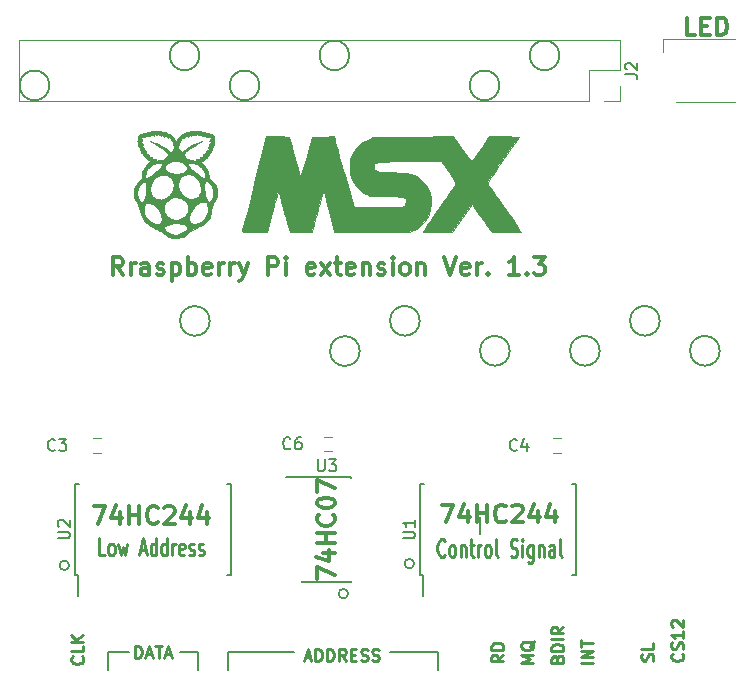
<source format=gbr>
G04 #@! TF.FileFunction,Legend,Top*
%FSLAX46Y46*%
G04 Gerber Fmt 4.6, Leading zero omitted, Abs format (unit mm)*
G04 Created by KiCad (PCBNEW 4.0.7) date 09/05/18 01:07:58*
%MOMM*%
%LPD*%
G01*
G04 APERTURE LIST*
%ADD10C,0.100000*%
%ADD11C,0.200000*%
%ADD12C,0.300000*%
%ADD13C,0.250000*%
%ADD14C,0.120000*%
%ADD15C,0.010000*%
%ADD16C,0.150000*%
G04 APERTURE END LIST*
D10*
D11*
X160040609Y-99420391D02*
G75*
G03X160040609Y-99420391I-401609J0D01*
G01*
D12*
X157420571Y-98158570D02*
X157420571Y-97158570D01*
X158920571Y-97801427D01*
X157920571Y-95944285D02*
X158920571Y-95944285D01*
X157349143Y-96301428D02*
X158420571Y-96658571D01*
X158420571Y-95729999D01*
X158920571Y-95158571D02*
X157420571Y-95158571D01*
X158134857Y-95158571D02*
X158134857Y-94301428D01*
X158920571Y-94301428D02*
X157420571Y-94301428D01*
X158777714Y-92729999D02*
X158849143Y-92801428D01*
X158920571Y-93015714D01*
X158920571Y-93158571D01*
X158849143Y-93372856D01*
X158706286Y-93515714D01*
X158563429Y-93587142D01*
X158277714Y-93658571D01*
X158063429Y-93658571D01*
X157777714Y-93587142D01*
X157634857Y-93515714D01*
X157492000Y-93372856D01*
X157420571Y-93158571D01*
X157420571Y-93015714D01*
X157492000Y-92801428D01*
X157563429Y-92729999D01*
X157420571Y-91801428D02*
X157420571Y-91658571D01*
X157492000Y-91515714D01*
X157563429Y-91444285D01*
X157706286Y-91372856D01*
X157992000Y-91301428D01*
X158349143Y-91301428D01*
X158634857Y-91372856D01*
X158777714Y-91444285D01*
X158849143Y-91515714D01*
X158920571Y-91658571D01*
X158920571Y-91801428D01*
X158849143Y-91944285D01*
X158777714Y-92015714D01*
X158634857Y-92087142D01*
X158349143Y-92158571D01*
X157992000Y-92158571D01*
X157706286Y-92087142D01*
X157563429Y-92015714D01*
X157492000Y-91944285D01*
X157420571Y-91801428D01*
X157420571Y-90801428D02*
X157420571Y-89801428D01*
X158920571Y-90444285D01*
D11*
X171196000Y-94361000D02*
X171196000Y-92964000D01*
D13*
X168227952Y-96166714D02*
X168180333Y-96238143D01*
X168037476Y-96309571D01*
X167942238Y-96309571D01*
X167799380Y-96238143D01*
X167704142Y-96095286D01*
X167656523Y-95952429D01*
X167608904Y-95666714D01*
X167608904Y-95452429D01*
X167656523Y-95166714D01*
X167704142Y-95023857D01*
X167799380Y-94881000D01*
X167942238Y-94809571D01*
X168037476Y-94809571D01*
X168180333Y-94881000D01*
X168227952Y-94952429D01*
X168799380Y-96309571D02*
X168704142Y-96238143D01*
X168656523Y-96166714D01*
X168608904Y-96023857D01*
X168608904Y-95595286D01*
X168656523Y-95452429D01*
X168704142Y-95381000D01*
X168799380Y-95309571D01*
X168942238Y-95309571D01*
X169037476Y-95381000D01*
X169085095Y-95452429D01*
X169132714Y-95595286D01*
X169132714Y-96023857D01*
X169085095Y-96166714D01*
X169037476Y-96238143D01*
X168942238Y-96309571D01*
X168799380Y-96309571D01*
X169561285Y-95309571D02*
X169561285Y-96309571D01*
X169561285Y-95452429D02*
X169608904Y-95381000D01*
X169704142Y-95309571D01*
X169847000Y-95309571D01*
X169942238Y-95381000D01*
X169989857Y-95523857D01*
X169989857Y-96309571D01*
X170323190Y-95309571D02*
X170704142Y-95309571D01*
X170466047Y-94809571D02*
X170466047Y-96095286D01*
X170513666Y-96238143D01*
X170608904Y-96309571D01*
X170704142Y-96309571D01*
X171037476Y-96309571D02*
X171037476Y-95309571D01*
X171037476Y-95595286D02*
X171085095Y-95452429D01*
X171132714Y-95381000D01*
X171227952Y-95309571D01*
X171323191Y-95309571D01*
X171799381Y-96309571D02*
X171704143Y-96238143D01*
X171656524Y-96166714D01*
X171608905Y-96023857D01*
X171608905Y-95595286D01*
X171656524Y-95452429D01*
X171704143Y-95381000D01*
X171799381Y-95309571D01*
X171942239Y-95309571D01*
X172037477Y-95381000D01*
X172085096Y-95452429D01*
X172132715Y-95595286D01*
X172132715Y-96023857D01*
X172085096Y-96166714D01*
X172037477Y-96238143D01*
X171942239Y-96309571D01*
X171799381Y-96309571D01*
X172704143Y-96309571D02*
X172608905Y-96238143D01*
X172561286Y-96095286D01*
X172561286Y-94809571D01*
X173799382Y-96238143D02*
X173942239Y-96309571D01*
X174180335Y-96309571D01*
X174275573Y-96238143D01*
X174323192Y-96166714D01*
X174370811Y-96023857D01*
X174370811Y-95881000D01*
X174323192Y-95738143D01*
X174275573Y-95666714D01*
X174180335Y-95595286D01*
X173989858Y-95523857D01*
X173894620Y-95452429D01*
X173847001Y-95381000D01*
X173799382Y-95238143D01*
X173799382Y-95095286D01*
X173847001Y-94952429D01*
X173894620Y-94881000D01*
X173989858Y-94809571D01*
X174227954Y-94809571D01*
X174370811Y-94881000D01*
X174799382Y-96309571D02*
X174799382Y-95309571D01*
X174799382Y-94809571D02*
X174751763Y-94881000D01*
X174799382Y-94952429D01*
X174847001Y-94881000D01*
X174799382Y-94809571D01*
X174799382Y-94952429D01*
X175704144Y-95309571D02*
X175704144Y-96523857D01*
X175656525Y-96666714D01*
X175608906Y-96738143D01*
X175513667Y-96809571D01*
X175370810Y-96809571D01*
X175275572Y-96738143D01*
X175704144Y-96238143D02*
X175608906Y-96309571D01*
X175418429Y-96309571D01*
X175323191Y-96238143D01*
X175275572Y-96166714D01*
X175227953Y-96023857D01*
X175227953Y-95595286D01*
X175275572Y-95452429D01*
X175323191Y-95381000D01*
X175418429Y-95309571D01*
X175608906Y-95309571D01*
X175704144Y-95381000D01*
X176180334Y-95309571D02*
X176180334Y-96309571D01*
X176180334Y-95452429D02*
X176227953Y-95381000D01*
X176323191Y-95309571D01*
X176466049Y-95309571D01*
X176561287Y-95381000D01*
X176608906Y-95523857D01*
X176608906Y-96309571D01*
X177513668Y-96309571D02*
X177513668Y-95523857D01*
X177466049Y-95381000D01*
X177370811Y-95309571D01*
X177180334Y-95309571D01*
X177085096Y-95381000D01*
X177513668Y-96238143D02*
X177418430Y-96309571D01*
X177180334Y-96309571D01*
X177085096Y-96238143D01*
X177037477Y-96095286D01*
X177037477Y-95952429D01*
X177085096Y-95809571D01*
X177180334Y-95738143D01*
X177418430Y-95738143D01*
X177513668Y-95666714D01*
X178132715Y-96309571D02*
X178037477Y-96238143D01*
X177989858Y-96095286D01*
X177989858Y-94809571D01*
X139454428Y-96182571D02*
X138978237Y-96182571D01*
X138978237Y-94682571D01*
X139930618Y-96182571D02*
X139835380Y-96111143D01*
X139787761Y-96039714D01*
X139740142Y-95896857D01*
X139740142Y-95468286D01*
X139787761Y-95325429D01*
X139835380Y-95254000D01*
X139930618Y-95182571D01*
X140073476Y-95182571D01*
X140168714Y-95254000D01*
X140216333Y-95325429D01*
X140263952Y-95468286D01*
X140263952Y-95896857D01*
X140216333Y-96039714D01*
X140168714Y-96111143D01*
X140073476Y-96182571D01*
X139930618Y-96182571D01*
X140597285Y-95182571D02*
X140787761Y-96182571D01*
X140978238Y-95468286D01*
X141168714Y-96182571D01*
X141359190Y-95182571D01*
X142454428Y-95754000D02*
X142930619Y-95754000D01*
X142359190Y-96182571D02*
X142692523Y-94682571D01*
X143025857Y-96182571D01*
X143787762Y-96182571D02*
X143787762Y-94682571D01*
X143787762Y-96111143D02*
X143692524Y-96182571D01*
X143502047Y-96182571D01*
X143406809Y-96111143D01*
X143359190Y-96039714D01*
X143311571Y-95896857D01*
X143311571Y-95468286D01*
X143359190Y-95325429D01*
X143406809Y-95254000D01*
X143502047Y-95182571D01*
X143692524Y-95182571D01*
X143787762Y-95254000D01*
X144692524Y-96182571D02*
X144692524Y-94682571D01*
X144692524Y-96111143D02*
X144597286Y-96182571D01*
X144406809Y-96182571D01*
X144311571Y-96111143D01*
X144263952Y-96039714D01*
X144216333Y-95896857D01*
X144216333Y-95468286D01*
X144263952Y-95325429D01*
X144311571Y-95254000D01*
X144406809Y-95182571D01*
X144597286Y-95182571D01*
X144692524Y-95254000D01*
X145168714Y-96182571D02*
X145168714Y-95182571D01*
X145168714Y-95468286D02*
X145216333Y-95325429D01*
X145263952Y-95254000D01*
X145359190Y-95182571D01*
X145454429Y-95182571D01*
X146168715Y-96111143D02*
X146073477Y-96182571D01*
X145883000Y-96182571D01*
X145787762Y-96111143D01*
X145740143Y-95968286D01*
X145740143Y-95396857D01*
X145787762Y-95254000D01*
X145883000Y-95182571D01*
X146073477Y-95182571D01*
X146168715Y-95254000D01*
X146216334Y-95396857D01*
X146216334Y-95539714D01*
X145740143Y-95682571D01*
X146597286Y-96111143D02*
X146692524Y-96182571D01*
X146883000Y-96182571D01*
X146978239Y-96111143D01*
X147025858Y-95968286D01*
X147025858Y-95896857D01*
X146978239Y-95754000D01*
X146883000Y-95682571D01*
X146740143Y-95682571D01*
X146644905Y-95611143D01*
X146597286Y-95468286D01*
X146597286Y-95396857D01*
X146644905Y-95254000D01*
X146740143Y-95182571D01*
X146883000Y-95182571D01*
X146978239Y-95254000D01*
X147406810Y-96111143D02*
X147502048Y-96182571D01*
X147692524Y-96182571D01*
X147787763Y-96111143D01*
X147835382Y-95968286D01*
X147835382Y-95896857D01*
X147787763Y-95754000D01*
X147692524Y-95682571D01*
X147549667Y-95682571D01*
X147454429Y-95611143D01*
X147406810Y-95468286D01*
X147406810Y-95396857D01*
X147454429Y-95254000D01*
X147549667Y-95182571D01*
X147692524Y-95182571D01*
X147787763Y-95254000D01*
D11*
X177927001Y-53848000D02*
G75*
G03X177927001Y-53848000I-1257236J0D01*
G01*
X172847001Y-56388000D02*
G75*
G03X172847001Y-56388000I-1257236J0D01*
G01*
X160134236Y-53848000D02*
G75*
G03X160134236Y-53848000I-1257236J0D01*
G01*
X152527001Y-56388000D02*
G75*
G03X152527001Y-56388000I-1257236J0D01*
G01*
X147447001Y-53848000D02*
G75*
G03X147447001Y-53848000I-1257236J0D01*
G01*
X134747001Y-56388000D02*
G75*
G03X134747001Y-56388000I-1257236J0D01*
G01*
X186423236Y-76314235D02*
G75*
G03X186423236Y-76314235I-1257236J0D01*
G01*
X191503236Y-78854235D02*
G75*
G03X191503236Y-78854235I-1257236J0D01*
G01*
X181343236Y-78854235D02*
G75*
G03X181343236Y-78854235I-1257236J0D01*
G01*
X173723236Y-78854235D02*
G75*
G03X173723236Y-78854235I-1257236J0D01*
G01*
X166103236Y-76314235D02*
G75*
G03X166103236Y-76314235I-1257236J0D01*
G01*
X161023236Y-78879765D02*
G75*
G03X161023236Y-78879765I-1257236J0D01*
G01*
X148323236Y-76327000D02*
G75*
G03X148323236Y-76327000I-1257236J0D01*
G01*
D12*
X167954144Y-91888571D02*
X168954144Y-91888571D01*
X168311287Y-93388571D01*
X170168429Y-92388571D02*
X170168429Y-93388571D01*
X169811286Y-91817143D02*
X169454143Y-92888571D01*
X170382715Y-92888571D01*
X170954143Y-93388571D02*
X170954143Y-91888571D01*
X170954143Y-92602857D02*
X171811286Y-92602857D01*
X171811286Y-93388571D02*
X171811286Y-91888571D01*
X173382715Y-93245714D02*
X173311286Y-93317143D01*
X173097000Y-93388571D01*
X172954143Y-93388571D01*
X172739858Y-93317143D01*
X172597000Y-93174286D01*
X172525572Y-93031429D01*
X172454143Y-92745714D01*
X172454143Y-92531429D01*
X172525572Y-92245714D01*
X172597000Y-92102857D01*
X172739858Y-91960000D01*
X172954143Y-91888571D01*
X173097000Y-91888571D01*
X173311286Y-91960000D01*
X173382715Y-92031429D01*
X173954143Y-92031429D02*
X174025572Y-91960000D01*
X174168429Y-91888571D01*
X174525572Y-91888571D01*
X174668429Y-91960000D01*
X174739858Y-92031429D01*
X174811286Y-92174286D01*
X174811286Y-92317143D01*
X174739858Y-92531429D01*
X173882715Y-93388571D01*
X174811286Y-93388571D01*
X176097000Y-92388571D02*
X176097000Y-93388571D01*
X175739857Y-91817143D02*
X175382714Y-92888571D01*
X176311286Y-92888571D01*
X177525571Y-92388571D02*
X177525571Y-93388571D01*
X177168428Y-91817143D02*
X176811285Y-92888571D01*
X177739857Y-92888571D01*
D11*
X165628609Y-96875600D02*
G75*
G03X165628609Y-96875600I-401609J0D01*
G01*
D12*
X189434115Y-52138971D02*
X188719829Y-52138971D01*
X188719829Y-50638971D01*
X189934115Y-51353257D02*
X190434115Y-51353257D01*
X190648401Y-52138971D02*
X189934115Y-52138971D01*
X189934115Y-50638971D01*
X190648401Y-50638971D01*
X191291258Y-52138971D02*
X191291258Y-50638971D01*
X191648401Y-50638971D01*
X191862686Y-50710400D01*
X192005544Y-50853257D01*
X192076972Y-50996114D01*
X192148401Y-51281829D01*
X192148401Y-51496114D01*
X192076972Y-51781829D01*
X192005544Y-51924686D01*
X191862686Y-52067543D01*
X191648401Y-52138971D01*
X191291258Y-52138971D01*
D11*
X136418609Y-97028000D02*
G75*
G03X136418609Y-97028000I-401609J0D01*
G01*
D12*
X138490144Y-92015571D02*
X139490144Y-92015571D01*
X138847287Y-93515571D01*
X140704429Y-92515571D02*
X140704429Y-93515571D01*
X140347286Y-91944143D02*
X139990143Y-93015571D01*
X140918715Y-93015571D01*
X141490143Y-93515571D02*
X141490143Y-92015571D01*
X141490143Y-92729857D02*
X142347286Y-92729857D01*
X142347286Y-93515571D02*
X142347286Y-92015571D01*
X143918715Y-93372714D02*
X143847286Y-93444143D01*
X143633000Y-93515571D01*
X143490143Y-93515571D01*
X143275858Y-93444143D01*
X143133000Y-93301286D01*
X143061572Y-93158429D01*
X142990143Y-92872714D01*
X142990143Y-92658429D01*
X143061572Y-92372714D01*
X143133000Y-92229857D01*
X143275858Y-92087000D01*
X143490143Y-92015571D01*
X143633000Y-92015571D01*
X143847286Y-92087000D01*
X143918715Y-92158429D01*
X144490143Y-92158429D02*
X144561572Y-92087000D01*
X144704429Y-92015571D01*
X145061572Y-92015571D01*
X145204429Y-92087000D01*
X145275858Y-92158429D01*
X145347286Y-92301286D01*
X145347286Y-92444143D01*
X145275858Y-92658429D01*
X144418715Y-93515571D01*
X145347286Y-93515571D01*
X146633000Y-92515571D02*
X146633000Y-93515571D01*
X146275857Y-91944143D02*
X145918714Y-93015571D01*
X146847286Y-93015571D01*
X148061571Y-92515571D02*
X148061571Y-93515571D01*
X147704428Y-91944143D02*
X147347285Y-93015571D01*
X148275857Y-93015571D01*
D11*
X167640000Y-104394000D02*
X163576000Y-104394000D01*
X167640000Y-105918000D02*
X167640000Y-104394000D01*
D13*
X137517143Y-104735238D02*
X137564762Y-104782857D01*
X137612381Y-104925714D01*
X137612381Y-105020952D01*
X137564762Y-105163810D01*
X137469524Y-105259048D01*
X137374286Y-105306667D01*
X137183810Y-105354286D01*
X137040952Y-105354286D01*
X136850476Y-105306667D01*
X136755238Y-105259048D01*
X136660000Y-105163810D01*
X136612381Y-105020952D01*
X136612381Y-104925714D01*
X136660000Y-104782857D01*
X136707619Y-104735238D01*
X137612381Y-103830476D02*
X137612381Y-104306667D01*
X136612381Y-104306667D01*
X137612381Y-103497143D02*
X136612381Y-103497143D01*
X137612381Y-102925714D02*
X137040952Y-103354286D01*
X136612381Y-102925714D02*
X137183810Y-103497143D01*
X188317143Y-104497047D02*
X188364762Y-104544666D01*
X188412381Y-104687523D01*
X188412381Y-104782761D01*
X188364762Y-104925619D01*
X188269524Y-105020857D01*
X188174286Y-105068476D01*
X187983810Y-105116095D01*
X187840952Y-105116095D01*
X187650476Y-105068476D01*
X187555238Y-105020857D01*
X187460000Y-104925619D01*
X187412381Y-104782761D01*
X187412381Y-104687523D01*
X187460000Y-104544666D01*
X187507619Y-104497047D01*
X188364762Y-104116095D02*
X188412381Y-103973238D01*
X188412381Y-103735142D01*
X188364762Y-103639904D01*
X188317143Y-103592285D01*
X188221905Y-103544666D01*
X188126667Y-103544666D01*
X188031429Y-103592285D01*
X187983810Y-103639904D01*
X187936190Y-103735142D01*
X187888571Y-103925619D01*
X187840952Y-104020857D01*
X187793333Y-104068476D01*
X187698095Y-104116095D01*
X187602857Y-104116095D01*
X187507619Y-104068476D01*
X187460000Y-104020857D01*
X187412381Y-103925619D01*
X187412381Y-103687523D01*
X187460000Y-103544666D01*
X188412381Y-102592285D02*
X188412381Y-103163714D01*
X188412381Y-102878000D02*
X187412381Y-102878000D01*
X187555238Y-102973238D01*
X187650476Y-103068476D01*
X187698095Y-103163714D01*
X187507619Y-102211333D02*
X187460000Y-102163714D01*
X187412381Y-102068476D01*
X187412381Y-101830380D01*
X187460000Y-101735142D01*
X187507619Y-101687523D01*
X187602857Y-101639904D01*
X187698095Y-101639904D01*
X187840952Y-101687523D01*
X188412381Y-102258952D01*
X188412381Y-101639904D01*
D11*
X166878000Y-104394000D02*
X163576000Y-104394000D01*
X152146000Y-104394000D02*
X155448000Y-104394000D01*
D13*
X142010000Y-104846381D02*
X142010000Y-103846381D01*
X142248095Y-103846381D01*
X142390953Y-103894000D01*
X142486191Y-103989238D01*
X142533810Y-104084476D01*
X142581429Y-104274952D01*
X142581429Y-104417810D01*
X142533810Y-104608286D01*
X142486191Y-104703524D01*
X142390953Y-104798762D01*
X142248095Y-104846381D01*
X142010000Y-104846381D01*
X142962381Y-104560667D02*
X143438572Y-104560667D01*
X142867143Y-104846381D02*
X143200476Y-103846381D01*
X143533810Y-104846381D01*
X143724286Y-103846381D02*
X144295715Y-103846381D01*
X144010000Y-104846381D02*
X144010000Y-103846381D01*
X144581429Y-104560667D02*
X145057620Y-104560667D01*
X144486191Y-104846381D02*
X144819524Y-103846381D01*
X145152858Y-104846381D01*
D11*
X139700000Y-104394000D02*
X141478000Y-104394000D01*
X139700000Y-105918000D02*
X139700000Y-104394000D01*
X147320000Y-104394000D02*
X145796000Y-104394000D01*
X147320000Y-105918000D02*
X147320000Y-104394000D01*
X149860000Y-104394000D02*
X152146000Y-104394000D01*
X149860000Y-105918000D02*
X149860000Y-104394000D01*
D13*
X156369143Y-104814667D02*
X156845334Y-104814667D01*
X156273905Y-105100381D02*
X156607238Y-104100381D01*
X156940572Y-105100381D01*
X157273905Y-105100381D02*
X157273905Y-104100381D01*
X157512000Y-104100381D01*
X157654858Y-104148000D01*
X157750096Y-104243238D01*
X157797715Y-104338476D01*
X157845334Y-104528952D01*
X157845334Y-104671810D01*
X157797715Y-104862286D01*
X157750096Y-104957524D01*
X157654858Y-105052762D01*
X157512000Y-105100381D01*
X157273905Y-105100381D01*
X158273905Y-105100381D02*
X158273905Y-104100381D01*
X158512000Y-104100381D01*
X158654858Y-104148000D01*
X158750096Y-104243238D01*
X158797715Y-104338476D01*
X158845334Y-104528952D01*
X158845334Y-104671810D01*
X158797715Y-104862286D01*
X158750096Y-104957524D01*
X158654858Y-105052762D01*
X158512000Y-105100381D01*
X158273905Y-105100381D01*
X159845334Y-105100381D02*
X159512000Y-104624190D01*
X159273905Y-105100381D02*
X159273905Y-104100381D01*
X159654858Y-104100381D01*
X159750096Y-104148000D01*
X159797715Y-104195619D01*
X159845334Y-104290857D01*
X159845334Y-104433714D01*
X159797715Y-104528952D01*
X159750096Y-104576571D01*
X159654858Y-104624190D01*
X159273905Y-104624190D01*
X160273905Y-104576571D02*
X160607239Y-104576571D01*
X160750096Y-105100381D02*
X160273905Y-105100381D01*
X160273905Y-104100381D01*
X160750096Y-104100381D01*
X161131048Y-105052762D02*
X161273905Y-105100381D01*
X161512001Y-105100381D01*
X161607239Y-105052762D01*
X161654858Y-105005143D01*
X161702477Y-104909905D01*
X161702477Y-104814667D01*
X161654858Y-104719429D01*
X161607239Y-104671810D01*
X161512001Y-104624190D01*
X161321524Y-104576571D01*
X161226286Y-104528952D01*
X161178667Y-104481333D01*
X161131048Y-104386095D01*
X161131048Y-104290857D01*
X161178667Y-104195619D01*
X161226286Y-104148000D01*
X161321524Y-104100381D01*
X161559620Y-104100381D01*
X161702477Y-104148000D01*
X162083429Y-105052762D02*
X162226286Y-105100381D01*
X162464382Y-105100381D01*
X162559620Y-105052762D01*
X162607239Y-105005143D01*
X162654858Y-104909905D01*
X162654858Y-104814667D01*
X162607239Y-104719429D01*
X162559620Y-104671810D01*
X162464382Y-104624190D01*
X162273905Y-104576571D01*
X162178667Y-104528952D01*
X162131048Y-104481333D01*
X162083429Y-104386095D01*
X162083429Y-104290857D01*
X162131048Y-104195619D01*
X162178667Y-104148000D01*
X162273905Y-104100381D01*
X162512001Y-104100381D01*
X162654858Y-104148000D01*
X180792381Y-105298762D02*
X179792381Y-105298762D01*
X180792381Y-104822572D02*
X179792381Y-104822572D01*
X180792381Y-104251143D01*
X179792381Y-104251143D01*
X179792381Y-103917810D02*
X179792381Y-103346381D01*
X180792381Y-103632096D02*
X179792381Y-103632096D01*
X175712381Y-105251143D02*
X174712381Y-105251143D01*
X175426667Y-104917809D01*
X174712381Y-104584476D01*
X175712381Y-104584476D01*
X175807619Y-103441619D02*
X175760000Y-103536857D01*
X175664762Y-103632095D01*
X175521905Y-103774952D01*
X175474286Y-103870191D01*
X175474286Y-103965429D01*
X175712381Y-103917810D02*
X175664762Y-104013048D01*
X175569524Y-104108286D01*
X175379048Y-104155905D01*
X175045714Y-104155905D01*
X174855238Y-104108286D01*
X174760000Y-104013048D01*
X174712381Y-103917810D01*
X174712381Y-103727333D01*
X174760000Y-103632095D01*
X174855238Y-103536857D01*
X175045714Y-103489238D01*
X175379048Y-103489238D01*
X175569524Y-103536857D01*
X175664762Y-103632095D01*
X175712381Y-103727333D01*
X175712381Y-103917810D01*
X173172381Y-104584476D02*
X172696190Y-104917810D01*
X173172381Y-105155905D02*
X172172381Y-105155905D01*
X172172381Y-104774952D01*
X172220000Y-104679714D01*
X172267619Y-104632095D01*
X172362857Y-104584476D01*
X172505714Y-104584476D01*
X172600952Y-104632095D01*
X172648571Y-104679714D01*
X172696190Y-104774952D01*
X172696190Y-105155905D01*
X173172381Y-104155905D02*
X172172381Y-104155905D01*
X172172381Y-103917810D01*
X172220000Y-103774952D01*
X172315238Y-103679714D01*
X172410476Y-103632095D01*
X172600952Y-103584476D01*
X172743810Y-103584476D01*
X172934286Y-103632095D01*
X173029524Y-103679714D01*
X173124762Y-103774952D01*
X173172381Y-103917810D01*
X173172381Y-104155905D01*
X185824762Y-105084476D02*
X185872381Y-104941619D01*
X185872381Y-104703523D01*
X185824762Y-104608285D01*
X185777143Y-104560666D01*
X185681905Y-104513047D01*
X185586667Y-104513047D01*
X185491429Y-104560666D01*
X185443810Y-104608285D01*
X185396190Y-104703523D01*
X185348571Y-104894000D01*
X185300952Y-104989238D01*
X185253333Y-105036857D01*
X185158095Y-105084476D01*
X185062857Y-105084476D01*
X184967619Y-105036857D01*
X184920000Y-104989238D01*
X184872381Y-104894000D01*
X184872381Y-104655904D01*
X184920000Y-104513047D01*
X185872381Y-103608285D02*
X185872381Y-104084476D01*
X184872381Y-104084476D01*
X177728571Y-104925666D02*
X177776190Y-104782809D01*
X177823810Y-104735190D01*
X177919048Y-104687571D01*
X178061905Y-104687571D01*
X178157143Y-104735190D01*
X178204762Y-104782809D01*
X178252381Y-104878047D01*
X178252381Y-105259000D01*
X177252381Y-105259000D01*
X177252381Y-104925666D01*
X177300000Y-104830428D01*
X177347619Y-104782809D01*
X177442857Y-104735190D01*
X177538095Y-104735190D01*
X177633333Y-104782809D01*
X177680952Y-104830428D01*
X177728571Y-104925666D01*
X177728571Y-105259000D01*
X178252381Y-104259000D02*
X177252381Y-104259000D01*
X177252381Y-104020905D01*
X177300000Y-103878047D01*
X177395238Y-103782809D01*
X177490476Y-103735190D01*
X177680952Y-103687571D01*
X177823810Y-103687571D01*
X178014286Y-103735190D01*
X178109524Y-103782809D01*
X178204762Y-103878047D01*
X178252381Y-104020905D01*
X178252381Y-104259000D01*
X178252381Y-103259000D02*
X177252381Y-103259000D01*
X178252381Y-102211381D02*
X177776190Y-102544715D01*
X178252381Y-102782810D02*
X177252381Y-102782810D01*
X177252381Y-102401857D01*
X177300000Y-102306619D01*
X177347619Y-102259000D01*
X177442857Y-102211381D01*
X177585714Y-102211381D01*
X177680952Y-102259000D01*
X177728571Y-102306619D01*
X177776190Y-102401857D01*
X177776190Y-102782810D01*
D12*
X140976144Y-72433571D02*
X140476144Y-71719286D01*
X140119001Y-72433571D02*
X140119001Y-70933571D01*
X140690429Y-70933571D01*
X140833287Y-71005000D01*
X140904715Y-71076429D01*
X140976144Y-71219286D01*
X140976144Y-71433571D01*
X140904715Y-71576429D01*
X140833287Y-71647857D01*
X140690429Y-71719286D01*
X140119001Y-71719286D01*
X141619001Y-72433571D02*
X141619001Y-71433571D01*
X141619001Y-71719286D02*
X141690429Y-71576429D01*
X141761858Y-71505000D01*
X141904715Y-71433571D01*
X142047572Y-71433571D01*
X143190429Y-72433571D02*
X143190429Y-71647857D01*
X143119000Y-71505000D01*
X142976143Y-71433571D01*
X142690429Y-71433571D01*
X142547572Y-71505000D01*
X143190429Y-72362143D02*
X143047572Y-72433571D01*
X142690429Y-72433571D01*
X142547572Y-72362143D01*
X142476143Y-72219286D01*
X142476143Y-72076429D01*
X142547572Y-71933571D01*
X142690429Y-71862143D01*
X143047572Y-71862143D01*
X143190429Y-71790714D01*
X143833286Y-72362143D02*
X143976143Y-72433571D01*
X144261858Y-72433571D01*
X144404715Y-72362143D01*
X144476143Y-72219286D01*
X144476143Y-72147857D01*
X144404715Y-72005000D01*
X144261858Y-71933571D01*
X144047572Y-71933571D01*
X143904715Y-71862143D01*
X143833286Y-71719286D01*
X143833286Y-71647857D01*
X143904715Y-71505000D01*
X144047572Y-71433571D01*
X144261858Y-71433571D01*
X144404715Y-71505000D01*
X145119001Y-71433571D02*
X145119001Y-72933571D01*
X145119001Y-71505000D02*
X145261858Y-71433571D01*
X145547572Y-71433571D01*
X145690429Y-71505000D01*
X145761858Y-71576429D01*
X145833287Y-71719286D01*
X145833287Y-72147857D01*
X145761858Y-72290714D01*
X145690429Y-72362143D01*
X145547572Y-72433571D01*
X145261858Y-72433571D01*
X145119001Y-72362143D01*
X146476144Y-72433571D02*
X146476144Y-70933571D01*
X146476144Y-71505000D02*
X146619001Y-71433571D01*
X146904715Y-71433571D01*
X147047572Y-71505000D01*
X147119001Y-71576429D01*
X147190430Y-71719286D01*
X147190430Y-72147857D01*
X147119001Y-72290714D01*
X147047572Y-72362143D01*
X146904715Y-72433571D01*
X146619001Y-72433571D01*
X146476144Y-72362143D01*
X148404715Y-72362143D02*
X148261858Y-72433571D01*
X147976144Y-72433571D01*
X147833287Y-72362143D01*
X147761858Y-72219286D01*
X147761858Y-71647857D01*
X147833287Y-71505000D01*
X147976144Y-71433571D01*
X148261858Y-71433571D01*
X148404715Y-71505000D01*
X148476144Y-71647857D01*
X148476144Y-71790714D01*
X147761858Y-71933571D01*
X149119001Y-72433571D02*
X149119001Y-71433571D01*
X149119001Y-71719286D02*
X149190429Y-71576429D01*
X149261858Y-71505000D01*
X149404715Y-71433571D01*
X149547572Y-71433571D01*
X150047572Y-72433571D02*
X150047572Y-71433571D01*
X150047572Y-71719286D02*
X150119000Y-71576429D01*
X150190429Y-71505000D01*
X150333286Y-71433571D01*
X150476143Y-71433571D01*
X150833286Y-71433571D02*
X151190429Y-72433571D01*
X151547571Y-71433571D02*
X151190429Y-72433571D01*
X151047571Y-72790714D01*
X150976143Y-72862143D01*
X150833286Y-72933571D01*
X153261857Y-72433571D02*
X153261857Y-70933571D01*
X153833285Y-70933571D01*
X153976143Y-71005000D01*
X154047571Y-71076429D01*
X154119000Y-71219286D01*
X154119000Y-71433571D01*
X154047571Y-71576429D01*
X153976143Y-71647857D01*
X153833285Y-71719286D01*
X153261857Y-71719286D01*
X154761857Y-72433571D02*
X154761857Y-71433571D01*
X154761857Y-70933571D02*
X154690428Y-71005000D01*
X154761857Y-71076429D01*
X154833285Y-71005000D01*
X154761857Y-70933571D01*
X154761857Y-71076429D01*
X157190428Y-72362143D02*
X157047571Y-72433571D01*
X156761857Y-72433571D01*
X156619000Y-72362143D01*
X156547571Y-72219286D01*
X156547571Y-71647857D01*
X156619000Y-71505000D01*
X156761857Y-71433571D01*
X157047571Y-71433571D01*
X157190428Y-71505000D01*
X157261857Y-71647857D01*
X157261857Y-71790714D01*
X156547571Y-71933571D01*
X157761857Y-72433571D02*
X158547571Y-71433571D01*
X157761857Y-71433571D02*
X158547571Y-72433571D01*
X158904714Y-71433571D02*
X159476143Y-71433571D01*
X159119000Y-70933571D02*
X159119000Y-72219286D01*
X159190428Y-72362143D01*
X159333286Y-72433571D01*
X159476143Y-72433571D01*
X160547571Y-72362143D02*
X160404714Y-72433571D01*
X160119000Y-72433571D01*
X159976143Y-72362143D01*
X159904714Y-72219286D01*
X159904714Y-71647857D01*
X159976143Y-71505000D01*
X160119000Y-71433571D01*
X160404714Y-71433571D01*
X160547571Y-71505000D01*
X160619000Y-71647857D01*
X160619000Y-71790714D01*
X159904714Y-71933571D01*
X161261857Y-71433571D02*
X161261857Y-72433571D01*
X161261857Y-71576429D02*
X161333285Y-71505000D01*
X161476143Y-71433571D01*
X161690428Y-71433571D01*
X161833285Y-71505000D01*
X161904714Y-71647857D01*
X161904714Y-72433571D01*
X162547571Y-72362143D02*
X162690428Y-72433571D01*
X162976143Y-72433571D01*
X163119000Y-72362143D01*
X163190428Y-72219286D01*
X163190428Y-72147857D01*
X163119000Y-72005000D01*
X162976143Y-71933571D01*
X162761857Y-71933571D01*
X162619000Y-71862143D01*
X162547571Y-71719286D01*
X162547571Y-71647857D01*
X162619000Y-71505000D01*
X162761857Y-71433571D01*
X162976143Y-71433571D01*
X163119000Y-71505000D01*
X163833286Y-72433571D02*
X163833286Y-71433571D01*
X163833286Y-70933571D02*
X163761857Y-71005000D01*
X163833286Y-71076429D01*
X163904714Y-71005000D01*
X163833286Y-70933571D01*
X163833286Y-71076429D01*
X164761858Y-72433571D02*
X164619000Y-72362143D01*
X164547572Y-72290714D01*
X164476143Y-72147857D01*
X164476143Y-71719286D01*
X164547572Y-71576429D01*
X164619000Y-71505000D01*
X164761858Y-71433571D01*
X164976143Y-71433571D01*
X165119000Y-71505000D01*
X165190429Y-71576429D01*
X165261858Y-71719286D01*
X165261858Y-72147857D01*
X165190429Y-72290714D01*
X165119000Y-72362143D01*
X164976143Y-72433571D01*
X164761858Y-72433571D01*
X165904715Y-71433571D02*
X165904715Y-72433571D01*
X165904715Y-71576429D02*
X165976143Y-71505000D01*
X166119001Y-71433571D01*
X166333286Y-71433571D01*
X166476143Y-71505000D01*
X166547572Y-71647857D01*
X166547572Y-72433571D01*
X168190429Y-70933571D02*
X168690429Y-72433571D01*
X169190429Y-70933571D01*
X170261857Y-72362143D02*
X170119000Y-72433571D01*
X169833286Y-72433571D01*
X169690429Y-72362143D01*
X169619000Y-72219286D01*
X169619000Y-71647857D01*
X169690429Y-71505000D01*
X169833286Y-71433571D01*
X170119000Y-71433571D01*
X170261857Y-71505000D01*
X170333286Y-71647857D01*
X170333286Y-71790714D01*
X169619000Y-71933571D01*
X170976143Y-72433571D02*
X170976143Y-71433571D01*
X170976143Y-71719286D02*
X171047571Y-71576429D01*
X171119000Y-71505000D01*
X171261857Y-71433571D01*
X171404714Y-71433571D01*
X171904714Y-72290714D02*
X171976142Y-72362143D01*
X171904714Y-72433571D01*
X171833285Y-72362143D01*
X171904714Y-72290714D01*
X171904714Y-72433571D01*
X174547571Y-72433571D02*
X173690428Y-72433571D01*
X174119000Y-72433571D02*
X174119000Y-70933571D01*
X173976143Y-71147857D01*
X173833285Y-71290714D01*
X173690428Y-71362143D01*
X175190428Y-72290714D02*
X175261856Y-72362143D01*
X175190428Y-72433571D01*
X175118999Y-72362143D01*
X175190428Y-72290714D01*
X175190428Y-72433571D01*
X175761857Y-70933571D02*
X176690428Y-70933571D01*
X176190428Y-71505000D01*
X176404714Y-71505000D01*
X176547571Y-71576429D01*
X176619000Y-71647857D01*
X176690428Y-71790714D01*
X176690428Y-72147857D01*
X176619000Y-72290714D01*
X176547571Y-72362143D01*
X176404714Y-72433571D01*
X175976142Y-72433571D01*
X175833285Y-72362143D01*
X175761857Y-72290714D01*
D14*
X180467000Y-57718000D02*
X132147000Y-57718000D01*
X132147000Y-57718000D02*
X132147000Y-52518000D01*
X132147000Y-52518000D02*
X183067000Y-52518000D01*
X183067000Y-52518000D02*
X183067000Y-55118000D01*
X183067000Y-55118000D02*
X180467000Y-55118000D01*
X180467000Y-55118000D02*
X180467000Y-57718000D01*
X181737000Y-57718000D02*
X183067000Y-57718000D01*
X183067000Y-57718000D02*
X183067000Y-56448000D01*
D15*
G36*
X158914826Y-61020676D02*
X158958920Y-61179070D01*
X159042649Y-61478213D01*
X159159769Y-61895856D01*
X159304033Y-62409750D01*
X159469198Y-62997645D01*
X159649018Y-63637290D01*
X159753284Y-64008000D01*
X160503536Y-66675000D01*
X162550510Y-66697678D01*
X163285141Y-66701851D01*
X163882303Y-66696793D01*
X164333934Y-66682745D01*
X164631973Y-66659949D01*
X164764075Y-66631199D01*
X164883021Y-66484199D01*
X164932502Y-66256061D01*
X164905865Y-66022899D01*
X164829067Y-65887600D01*
X164710559Y-65842988D01*
X164451726Y-65811562D01*
X164043326Y-65792656D01*
X163476116Y-65785606D01*
X163410900Y-65785527D01*
X162928553Y-65779759D01*
X162481780Y-65764195D01*
X162109253Y-65740922D01*
X161849642Y-65712025D01*
X161778972Y-65697471D01*
X161301207Y-65479303D01*
X160873707Y-65112320D01*
X160515997Y-64614227D01*
X160450866Y-64493243D01*
X160291536Y-64155882D01*
X160203456Y-63879070D01*
X160166452Y-63580824D01*
X160160126Y-63311664D01*
X160227521Y-62652756D01*
X160436324Y-62083785D01*
X160789796Y-61599802D01*
X161291198Y-61195863D01*
X161703173Y-60971443D01*
X162179000Y-60748333D01*
X165565667Y-60726027D01*
X168952334Y-60703722D01*
X169714334Y-61766296D01*
X170476334Y-62828869D01*
X170661513Y-62598216D01*
X170783790Y-62436747D01*
X170974781Y-62173982D01*
X171207064Y-61848019D01*
X171423513Y-61539633D01*
X172000334Y-60711703D01*
X173249167Y-60708851D01*
X173687192Y-60710788D01*
X174058077Y-60718027D01*
X174332310Y-60729549D01*
X174480380Y-60744334D01*
X174498000Y-60751993D01*
X174450861Y-60830304D01*
X174317816Y-61028284D01*
X174111425Y-61327841D01*
X173844247Y-61710882D01*
X173528843Y-62159315D01*
X173177771Y-62655046D01*
X173142042Y-62705320D01*
X172763838Y-63243731D01*
X172437284Y-63721385D01*
X172172378Y-64122812D01*
X171979121Y-64432540D01*
X171867511Y-64635097D01*
X171844823Y-64712494D01*
X171907303Y-64805317D01*
X172054535Y-65017804D01*
X172273504Y-65331361D01*
X172551193Y-65727398D01*
X172874584Y-66187321D01*
X173230660Y-66692539D01*
X173285448Y-66770176D01*
X173642100Y-67277277D01*
X173964605Y-67739285D01*
X174240602Y-68138213D01*
X174457731Y-68456075D01*
X174603631Y-68674884D01*
X174665943Y-68776655D01*
X174667334Y-68781009D01*
X174587647Y-68799798D01*
X174368491Y-68815655D01*
X174039722Y-68827286D01*
X173631197Y-68833393D01*
X173447099Y-68834000D01*
X172226864Y-68833999D01*
X171822537Y-68262500D01*
X171568915Y-67906931D01*
X171273341Y-67496843D01*
X170994638Y-67113802D01*
X170962343Y-67069742D01*
X170506475Y-66448485D01*
X169692693Y-67641242D01*
X168878910Y-68834000D01*
X167624455Y-68834000D01*
X167185377Y-68831115D01*
X166813373Y-68823171D01*
X166537892Y-68811232D01*
X166388380Y-68796364D01*
X166370000Y-68788626D01*
X166416608Y-68710149D01*
X166548204Y-68511184D01*
X166752442Y-68209812D01*
X167016978Y-67824109D01*
X167329470Y-67372156D01*
X167677572Y-66872031D01*
X167725756Y-66803047D01*
X168080658Y-66293269D01*
X168404170Y-65824986D01*
X168683366Y-65417195D01*
X168905321Y-65088893D01*
X169057110Y-64859077D01*
X169125808Y-64746745D01*
X169127703Y-64742468D01*
X169099697Y-64629560D01*
X168988814Y-64408493D01*
X168811297Y-64108400D01*
X168583392Y-63758410D01*
X168558860Y-63722381D01*
X167943826Y-62822666D01*
X165215627Y-62822666D01*
X164425373Y-62823271D01*
X163788018Y-62826764D01*
X163287126Y-62835662D01*
X162906264Y-62852482D01*
X162628997Y-62879742D01*
X162438890Y-62919957D01*
X162319508Y-62975645D01*
X162254418Y-63049324D01*
X162227185Y-63143510D01*
X162221373Y-63260721D01*
X162221333Y-63281258D01*
X162239667Y-63448616D01*
X162309112Y-63571834D01*
X162451333Y-63657398D01*
X162687993Y-63711794D01*
X163040759Y-63741508D01*
X163531293Y-63753025D01*
X163800418Y-63753999D01*
X164429503Y-63762383D01*
X164921731Y-63792794D01*
X165308988Y-63853121D01*
X165623161Y-63951255D01*
X165896134Y-64095084D01*
X166159793Y-64292498D01*
X166233550Y-64356036D01*
X166666758Y-64841396D01*
X166948164Y-65401548D01*
X167078137Y-66037330D01*
X167087915Y-66294000D01*
X167009152Y-66962126D01*
X166782710Y-67558073D01*
X166417575Y-68067189D01*
X165922731Y-68474825D01*
X165660924Y-68620860D01*
X165220996Y-68836097D01*
X162052980Y-68813882D01*
X158884963Y-68791666D01*
X158418775Y-67038429D01*
X158280458Y-66524692D01*
X158155620Y-66073229D01*
X158050939Y-65707199D01*
X157973094Y-65449764D01*
X157928762Y-65324083D01*
X157922040Y-65315737D01*
X157894839Y-65399428D01*
X157832011Y-65617538D01*
X157741491Y-65940853D01*
X157631213Y-66340161D01*
X157509112Y-66786246D01*
X157383123Y-67249895D01*
X157261182Y-67701893D01*
X157151222Y-68113026D01*
X157061179Y-68454080D01*
X156998987Y-68695841D01*
X156972582Y-68809094D01*
X156972192Y-68812833D01*
X156893154Y-68821356D01*
X156679044Y-68828238D01*
X156364123Y-68832698D01*
X156044667Y-68834000D01*
X155117334Y-68834000D01*
X154959372Y-68304833D01*
X154877965Y-68025248D01*
X154765603Y-67630015D01*
X154635744Y-67166895D01*
X154501843Y-66683646D01*
X154470377Y-66569166D01*
X154351442Y-66146042D01*
X154245360Y-65787917D01*
X154160999Y-65523280D01*
X154107229Y-65380621D01*
X154095172Y-65363803D01*
X154063116Y-65442545D01*
X153998580Y-65662024D01*
X153907989Y-65998174D01*
X153797768Y-66426928D01*
X153674343Y-66924219D01*
X153631760Y-67099470D01*
X153212520Y-68834000D01*
X152119868Y-68834000D01*
X151652543Y-68830142D01*
X151334633Y-68817247D01*
X151146365Y-68793331D01*
X151067969Y-68756410D01*
X151065082Y-68728166D01*
X151092862Y-68627096D01*
X151157872Y-68378234D01*
X151255922Y-67997979D01*
X151382818Y-67502729D01*
X151534368Y-66908880D01*
X151706382Y-66232832D01*
X151894666Y-65490981D01*
X152095029Y-64699726D01*
X152104023Y-64664166D01*
X153105099Y-60706000D01*
X154059177Y-60706000D01*
X154478503Y-60708913D01*
X154758170Y-60720588D01*
X154927797Y-60745428D01*
X155017001Y-60787835D01*
X155055401Y-60852211D01*
X155055974Y-60854166D01*
X155091179Y-60979099D01*
X155163958Y-61239404D01*
X155266562Y-61607297D01*
X155391244Y-62054993D01*
X155530256Y-62554710D01*
X155543883Y-62603724D01*
X155681616Y-63085842D01*
X155806482Y-63497833D01*
X155911098Y-63817358D01*
X155988087Y-64022078D01*
X156030066Y-64089653D01*
X156033386Y-64085390D01*
X156069970Y-63970047D01*
X156145841Y-63719068D01*
X156252976Y-63359407D01*
X156383351Y-62918018D01*
X156528943Y-62421854D01*
X156547907Y-62357000D01*
X157018114Y-60748333D01*
X157922367Y-60724343D01*
X158826619Y-60700352D01*
X158914826Y-61020676D01*
X158914826Y-61020676D01*
G37*
X158914826Y-61020676D02*
X158958920Y-61179070D01*
X159042649Y-61478213D01*
X159159769Y-61895856D01*
X159304033Y-62409750D01*
X159469198Y-62997645D01*
X159649018Y-63637290D01*
X159753284Y-64008000D01*
X160503536Y-66675000D01*
X162550510Y-66697678D01*
X163285141Y-66701851D01*
X163882303Y-66696793D01*
X164333934Y-66682745D01*
X164631973Y-66659949D01*
X164764075Y-66631199D01*
X164883021Y-66484199D01*
X164932502Y-66256061D01*
X164905865Y-66022899D01*
X164829067Y-65887600D01*
X164710559Y-65842988D01*
X164451726Y-65811562D01*
X164043326Y-65792656D01*
X163476116Y-65785606D01*
X163410900Y-65785527D01*
X162928553Y-65779759D01*
X162481780Y-65764195D01*
X162109253Y-65740922D01*
X161849642Y-65712025D01*
X161778972Y-65697471D01*
X161301207Y-65479303D01*
X160873707Y-65112320D01*
X160515997Y-64614227D01*
X160450866Y-64493243D01*
X160291536Y-64155882D01*
X160203456Y-63879070D01*
X160166452Y-63580824D01*
X160160126Y-63311664D01*
X160227521Y-62652756D01*
X160436324Y-62083785D01*
X160789796Y-61599802D01*
X161291198Y-61195863D01*
X161703173Y-60971443D01*
X162179000Y-60748333D01*
X165565667Y-60726027D01*
X168952334Y-60703722D01*
X169714334Y-61766296D01*
X170476334Y-62828869D01*
X170661513Y-62598216D01*
X170783790Y-62436747D01*
X170974781Y-62173982D01*
X171207064Y-61848019D01*
X171423513Y-61539633D01*
X172000334Y-60711703D01*
X173249167Y-60708851D01*
X173687192Y-60710788D01*
X174058077Y-60718027D01*
X174332310Y-60729549D01*
X174480380Y-60744334D01*
X174498000Y-60751993D01*
X174450861Y-60830304D01*
X174317816Y-61028284D01*
X174111425Y-61327841D01*
X173844247Y-61710882D01*
X173528843Y-62159315D01*
X173177771Y-62655046D01*
X173142042Y-62705320D01*
X172763838Y-63243731D01*
X172437284Y-63721385D01*
X172172378Y-64122812D01*
X171979121Y-64432540D01*
X171867511Y-64635097D01*
X171844823Y-64712494D01*
X171907303Y-64805317D01*
X172054535Y-65017804D01*
X172273504Y-65331361D01*
X172551193Y-65727398D01*
X172874584Y-66187321D01*
X173230660Y-66692539D01*
X173285448Y-66770176D01*
X173642100Y-67277277D01*
X173964605Y-67739285D01*
X174240602Y-68138213D01*
X174457731Y-68456075D01*
X174603631Y-68674884D01*
X174665943Y-68776655D01*
X174667334Y-68781009D01*
X174587647Y-68799798D01*
X174368491Y-68815655D01*
X174039722Y-68827286D01*
X173631197Y-68833393D01*
X173447099Y-68834000D01*
X172226864Y-68833999D01*
X171822537Y-68262500D01*
X171568915Y-67906931D01*
X171273341Y-67496843D01*
X170994638Y-67113802D01*
X170962343Y-67069742D01*
X170506475Y-66448485D01*
X169692693Y-67641242D01*
X168878910Y-68834000D01*
X167624455Y-68834000D01*
X167185377Y-68831115D01*
X166813373Y-68823171D01*
X166537892Y-68811232D01*
X166388380Y-68796364D01*
X166370000Y-68788626D01*
X166416608Y-68710149D01*
X166548204Y-68511184D01*
X166752442Y-68209812D01*
X167016978Y-67824109D01*
X167329470Y-67372156D01*
X167677572Y-66872031D01*
X167725756Y-66803047D01*
X168080658Y-66293269D01*
X168404170Y-65824986D01*
X168683366Y-65417195D01*
X168905321Y-65088893D01*
X169057110Y-64859077D01*
X169125808Y-64746745D01*
X169127703Y-64742468D01*
X169099697Y-64629560D01*
X168988814Y-64408493D01*
X168811297Y-64108400D01*
X168583392Y-63758410D01*
X168558860Y-63722381D01*
X167943826Y-62822666D01*
X165215627Y-62822666D01*
X164425373Y-62823271D01*
X163788018Y-62826764D01*
X163287126Y-62835662D01*
X162906264Y-62852482D01*
X162628997Y-62879742D01*
X162438890Y-62919957D01*
X162319508Y-62975645D01*
X162254418Y-63049324D01*
X162227185Y-63143510D01*
X162221373Y-63260721D01*
X162221333Y-63281258D01*
X162239667Y-63448616D01*
X162309112Y-63571834D01*
X162451333Y-63657398D01*
X162687993Y-63711794D01*
X163040759Y-63741508D01*
X163531293Y-63753025D01*
X163800418Y-63753999D01*
X164429503Y-63762383D01*
X164921731Y-63792794D01*
X165308988Y-63853121D01*
X165623161Y-63951255D01*
X165896134Y-64095084D01*
X166159793Y-64292498D01*
X166233550Y-64356036D01*
X166666758Y-64841396D01*
X166948164Y-65401548D01*
X167078137Y-66037330D01*
X167087915Y-66294000D01*
X167009152Y-66962126D01*
X166782710Y-67558073D01*
X166417575Y-68067189D01*
X165922731Y-68474825D01*
X165660924Y-68620860D01*
X165220996Y-68836097D01*
X162052980Y-68813882D01*
X158884963Y-68791666D01*
X158418775Y-67038429D01*
X158280458Y-66524692D01*
X158155620Y-66073229D01*
X158050939Y-65707199D01*
X157973094Y-65449764D01*
X157928762Y-65324083D01*
X157922040Y-65315737D01*
X157894839Y-65399428D01*
X157832011Y-65617538D01*
X157741491Y-65940853D01*
X157631213Y-66340161D01*
X157509112Y-66786246D01*
X157383123Y-67249895D01*
X157261182Y-67701893D01*
X157151222Y-68113026D01*
X157061179Y-68454080D01*
X156998987Y-68695841D01*
X156972582Y-68809094D01*
X156972192Y-68812833D01*
X156893154Y-68821356D01*
X156679044Y-68828238D01*
X156364123Y-68832698D01*
X156044667Y-68834000D01*
X155117334Y-68834000D01*
X154959372Y-68304833D01*
X154877965Y-68025248D01*
X154765603Y-67630015D01*
X154635744Y-67166895D01*
X154501843Y-66683646D01*
X154470377Y-66569166D01*
X154351442Y-66146042D01*
X154245360Y-65787917D01*
X154160999Y-65523280D01*
X154107229Y-65380621D01*
X154095172Y-65363803D01*
X154063116Y-65442545D01*
X153998580Y-65662024D01*
X153907989Y-65998174D01*
X153797768Y-66426928D01*
X153674343Y-66924219D01*
X153631760Y-67099470D01*
X153212520Y-68834000D01*
X152119868Y-68834000D01*
X151652543Y-68830142D01*
X151334633Y-68817247D01*
X151146365Y-68793331D01*
X151067969Y-68756410D01*
X151065082Y-68728166D01*
X151092862Y-68627096D01*
X151157872Y-68378234D01*
X151255922Y-67997979D01*
X151382818Y-67502729D01*
X151534368Y-66908880D01*
X151706382Y-66232832D01*
X151894666Y-65490981D01*
X152095029Y-64699726D01*
X152104023Y-64664166D01*
X153105099Y-60706000D01*
X154059177Y-60706000D01*
X154478503Y-60708913D01*
X154758170Y-60720588D01*
X154927797Y-60745428D01*
X155017001Y-60787835D01*
X155055401Y-60852211D01*
X155055974Y-60854166D01*
X155091179Y-60979099D01*
X155163958Y-61239404D01*
X155266562Y-61607297D01*
X155391244Y-62054993D01*
X155530256Y-62554710D01*
X155543883Y-62603724D01*
X155681616Y-63085842D01*
X155806482Y-63497833D01*
X155911098Y-63817358D01*
X155988087Y-64022078D01*
X156030066Y-64089653D01*
X156033386Y-64085390D01*
X156069970Y-63970047D01*
X156145841Y-63719068D01*
X156252976Y-63359407D01*
X156383351Y-62918018D01*
X156528943Y-62421854D01*
X156547907Y-62357000D01*
X157018114Y-60748333D01*
X157922367Y-60724343D01*
X158826619Y-60700352D01*
X158914826Y-61020676D01*
D14*
X138400000Y-86268000D02*
X139100000Y-86268000D01*
X139100000Y-87468000D02*
X138400000Y-87468000D01*
X178084000Y-87468000D02*
X177384000Y-87468000D01*
X177384000Y-86268000D02*
X178084000Y-86268000D01*
X158658000Y-87341000D02*
X157958000Y-87341000D01*
X157958000Y-86141000D02*
X158658000Y-86141000D01*
X186684000Y-52418000D02*
X192784000Y-52418000D01*
X186684000Y-53518000D02*
X186684000Y-52418000D01*
X192784000Y-57818000D02*
X187784000Y-57818000D01*
D15*
G36*
X147167626Y-60229671D02*
X147214120Y-60247989D01*
X147239612Y-60261655D01*
X147262231Y-60266119D01*
X147292061Y-60261982D01*
X147322070Y-60254442D01*
X147409388Y-60238711D01*
X147489870Y-60238671D01*
X147557635Y-60254162D01*
X147573644Y-60261318D01*
X147605875Y-60279656D01*
X147627544Y-60295461D01*
X147631037Y-60299418D01*
X147646870Y-60305875D01*
X147680798Y-60310497D01*
X147725533Y-60312299D01*
X147726322Y-60312299D01*
X147799411Y-60316118D01*
X147854225Y-60328731D01*
X147896890Y-60351878D01*
X147912706Y-60365202D01*
X147933491Y-60379432D01*
X147963038Y-60388313D01*
X148007925Y-60393393D01*
X148039706Y-60395053D01*
X148127953Y-60401536D01*
X148196475Y-60414000D01*
X148250580Y-60434142D01*
X148295579Y-60463659D01*
X148317785Y-60483916D01*
X148350949Y-60514555D01*
X148375865Y-60529367D01*
X148400252Y-60532281D01*
X148410575Y-60531147D01*
X148489732Y-60531013D01*
X148562661Y-60552812D01*
X148624751Y-60594298D01*
X148671391Y-60653227D01*
X148674996Y-60659930D01*
X148690938Y-60711296D01*
X148695230Y-60773232D01*
X148687850Y-60833723D01*
X148675394Y-60869442D01*
X148662335Y-60898955D01*
X148662381Y-60919418D01*
X148676566Y-60943963D01*
X148681856Y-60951452D01*
X148703384Y-60996924D01*
X148713890Y-61059719D01*
X148714410Y-61067409D01*
X148715127Y-61116107D01*
X148708440Y-61155232D01*
X148691545Y-61197601D01*
X148681459Y-61218017D01*
X148660808Y-61261742D01*
X148651449Y-61293195D01*
X148651397Y-61321760D01*
X148655187Y-61342216D01*
X148659374Y-61409977D01*
X148640905Y-61478950D01*
X148599014Y-61551432D01*
X148575450Y-61582018D01*
X148553425Y-61613466D01*
X148542541Y-61645285D01*
X148539257Y-61688863D01*
X148539200Y-61698666D01*
X148536169Y-61758492D01*
X148524508Y-61804904D01*
X148500360Y-61847358D01*
X148459869Y-61895308D01*
X148458319Y-61896975D01*
X148424509Y-61937022D01*
X148405232Y-61972128D01*
X148395004Y-62012982D01*
X148393491Y-62023303D01*
X148377701Y-62084594D01*
X148346032Y-62140761D01*
X148295542Y-62195862D01*
X148229447Y-62249460D01*
X148184973Y-62284030D01*
X148158739Y-62309992D01*
X148147033Y-62331507D01*
X148145434Y-62343574D01*
X148136354Y-62382457D01*
X148112875Y-62428057D01*
X148080449Y-62471244D01*
X148054644Y-62495698D01*
X148025390Y-62514948D01*
X147982762Y-62538865D01*
X147941802Y-62559450D01*
X147895440Y-62583681D01*
X147866154Y-62606283D01*
X147846832Y-62633372D01*
X147840365Y-62646687D01*
X147802308Y-62701816D01*
X147742274Y-62749223D01*
X147662917Y-62787382D01*
X147566892Y-62814769D01*
X147538368Y-62820132D01*
X147505751Y-62827617D01*
X147486930Y-62835759D01*
X147485100Y-62838499D01*
X147495120Y-62849005D01*
X147521931Y-62869200D01*
X147560654Y-62895516D01*
X147580902Y-62908555D01*
X147656610Y-62962425D01*
X147739176Y-63031079D01*
X147821608Y-63108007D01*
X147896913Y-63186703D01*
X147955337Y-63256985D01*
X148011178Y-63340338D01*
X148066818Y-63440241D01*
X148118166Y-63548142D01*
X148161132Y-63655490D01*
X148190064Y-63747650D01*
X148205228Y-63815871D01*
X148219479Y-63897709D01*
X148230916Y-63981400D01*
X148236046Y-64032492D01*
X148244927Y-64119580D01*
X148256999Y-64186495D01*
X148274602Y-64238450D01*
X148300077Y-64280658D01*
X148335765Y-64318331D01*
X148380450Y-64354070D01*
X148512780Y-64466703D01*
X148631754Y-64598360D01*
X148734307Y-64744848D01*
X148817375Y-64901971D01*
X148860909Y-65011988D01*
X148908713Y-65189797D01*
X148932169Y-65371008D01*
X148931651Y-65553188D01*
X148907532Y-65733904D01*
X148860185Y-65910722D01*
X148789982Y-66081209D01*
X148697297Y-66242931D01*
X148665054Y-66289527D01*
X148634015Y-66333716D01*
X148611002Y-66370906D01*
X148593122Y-66407769D01*
X148577480Y-66450974D01*
X148561184Y-66507194D01*
X148546620Y-66562577D01*
X148528734Y-66630287D01*
X148511120Y-66694188D01*
X148495648Y-66747669D01*
X148484189Y-66784118D01*
X148482927Y-66787721D01*
X148472244Y-66830953D01*
X148465011Y-66885938D01*
X148463000Y-66928933D01*
X148452488Y-67075254D01*
X148422116Y-67229589D01*
X148373629Y-67386596D01*
X148308772Y-67540934D01*
X148229292Y-67687260D01*
X148200471Y-67732399D01*
X148100717Y-67862330D01*
X147980614Y-67984920D01*
X147844945Y-68096501D01*
X147698495Y-68193406D01*
X147546048Y-68271966D01*
X147444544Y-68311960D01*
X147407362Y-68328413D01*
X147356253Y-68355972D01*
X147297862Y-68390844D01*
X147238833Y-68429233D01*
X147236916Y-68430540D01*
X147012862Y-68570404D01*
X146775259Y-68694038D01*
X146718554Y-68720133D01*
X146654634Y-68750437D01*
X146605386Y-68778871D01*
X146561473Y-68811847D01*
X146513555Y-68855779D01*
X146496304Y-68872747D01*
X146346910Y-69004924D01*
X146188687Y-69113298D01*
X146021444Y-69197952D01*
X145844994Y-69258967D01*
X145659146Y-69296426D01*
X145491200Y-69309875D01*
X145424273Y-69311251D01*
X145363443Y-69311637D01*
X145314806Y-69311053D01*
X145284457Y-69309519D01*
X145281650Y-69309179D01*
X145247939Y-69303922D01*
X145201363Y-69296122D01*
X145167350Y-69290183D01*
X144994200Y-69247147D01*
X144823614Y-69181190D01*
X144660162Y-69094713D01*
X144508416Y-68990115D01*
X144379950Y-68876832D01*
X144337630Y-68837224D01*
X144297863Y-68807478D01*
X144252005Y-68782128D01*
X144191415Y-68755710D01*
X144183100Y-68752352D01*
X144074182Y-68705042D01*
X143956896Y-68647890D01*
X143836934Y-68584123D01*
X143719988Y-68516972D01*
X143659371Y-68479276D01*
X144451265Y-68479276D01*
X144454208Y-68494236D01*
X144470345Y-68527943D01*
X144502731Y-68572799D01*
X144547437Y-68624526D01*
X144600535Y-68678843D01*
X144658096Y-68731473D01*
X144711960Y-68774981D01*
X144860973Y-68872717D01*
X145015531Y-68946067D01*
X145177282Y-68995741D01*
X145258956Y-69011543D01*
X145339813Y-69019142D01*
X145435851Y-69020051D01*
X145537904Y-69014823D01*
X145636807Y-69004009D01*
X145723396Y-68988163D01*
X145746896Y-68982150D01*
X145912982Y-68922782D01*
X146067867Y-68841173D01*
X146209425Y-68738756D01*
X146335527Y-68616965D01*
X146394689Y-68545930D01*
X146435119Y-68479729D01*
X146451036Y-68417514D01*
X146442328Y-68359129D01*
X146408885Y-68304420D01*
X146350596Y-68253232D01*
X146267350Y-68205411D01*
X146159038Y-68160800D01*
X146107150Y-68143335D01*
X146009790Y-68115551D01*
X145911809Y-68094739D01*
X145807832Y-68080249D01*
X145692486Y-68071435D01*
X145560395Y-68067646D01*
X145478500Y-68067471D01*
X145376077Y-68068609D01*
X145292935Y-68071106D01*
X145222970Y-68075394D01*
X145160078Y-68081906D01*
X145098156Y-68091076D01*
X145065750Y-68096775D01*
X144925812Y-68127398D01*
X144801107Y-68164753D01*
X144693037Y-68207932D01*
X144603004Y-68256021D01*
X144532408Y-68308111D01*
X144482652Y-68363291D01*
X144455137Y-68420650D01*
X144451265Y-68479276D01*
X143659371Y-68479276D01*
X143611753Y-68449664D01*
X143517919Y-68385429D01*
X143465550Y-68345398D01*
X143429235Y-68320198D01*
X143379166Y-68290826D01*
X143325027Y-68262892D01*
X143314653Y-68258013D01*
X143146818Y-68166816D01*
X142993352Y-68055554D01*
X142855622Y-67925982D01*
X142734995Y-67779857D01*
X142632837Y-67618934D01*
X142550516Y-67444967D01*
X142489398Y-67259712D01*
X142468949Y-67172014D01*
X142454357Y-67108977D01*
X142436956Y-67046497D01*
X142419650Y-66994625D01*
X142412874Y-66977889D01*
X142392979Y-66928292D01*
X142383364Y-66901553D01*
X142736744Y-66901553D01*
X142739740Y-66990601D01*
X142747406Y-67070112D01*
X142753489Y-67106322D01*
X142800945Y-67279824D01*
X142869951Y-67441470D01*
X142959219Y-67589695D01*
X143067458Y-67722936D01*
X143193381Y-67839628D01*
X143335698Y-67938209D01*
X143493121Y-68017115D01*
X143509728Y-68023896D01*
X143618068Y-68061127D01*
X143727036Y-68087296D01*
X143831905Y-68101921D01*
X143927945Y-68104520D01*
X144010429Y-68094609D01*
X144057898Y-68079832D01*
X144102022Y-68052186D01*
X144149334Y-68008664D01*
X144193444Y-67956707D01*
X144227961Y-67903754D01*
X144245539Y-67861399D01*
X144266327Y-67726877D01*
X144262592Y-67585960D01*
X144234357Y-67438785D01*
X144181646Y-67285492D01*
X144131098Y-67176382D01*
X144081490Y-67082138D01*
X144036233Y-67004271D01*
X143990306Y-66935550D01*
X143938687Y-66868744D01*
X143886489Y-66808350D01*
X144443738Y-66808350D01*
X144445225Y-66902400D01*
X144451076Y-66978621D01*
X144462859Y-67044427D01*
X144482142Y-67107234D01*
X144510495Y-67174459D01*
X144529563Y-67214068D01*
X144604347Y-67337253D01*
X144699492Y-67448992D01*
X144811636Y-67546910D01*
X144937415Y-67628630D01*
X145073464Y-67691775D01*
X145216422Y-67733969D01*
X145281650Y-67745425D01*
X145342161Y-67750682D01*
X145417369Y-67752679D01*
X145498749Y-67751631D01*
X145577773Y-67747751D01*
X145645916Y-67741254D01*
X145682182Y-67735348D01*
X145837837Y-67690862D01*
X145950137Y-67640409D01*
X146585208Y-67640409D01*
X146587729Y-67704253D01*
X146592651Y-67765209D01*
X146599870Y-67821274D01*
X146608253Y-67864662D01*
X146613649Y-67882053D01*
X146661668Y-67967741D01*
X146725299Y-68033395D01*
X146804535Y-68079009D01*
X146859427Y-68096722D01*
X146910712Y-68103086D01*
X146979767Y-68102860D01*
X147059986Y-68096592D01*
X147144763Y-68084827D01*
X147227492Y-68068114D01*
X147238959Y-68065303D01*
X147407191Y-68010401D01*
X147562806Y-67934059D01*
X147704426Y-67837612D01*
X147830674Y-67722399D01*
X147940172Y-67589757D01*
X148031543Y-67441023D01*
X148103410Y-67277534D01*
X148128265Y-67202050D01*
X148141299Y-67155926D01*
X148150582Y-67115162D01*
X148156773Y-67073686D01*
X148160531Y-67025426D01*
X148162515Y-66964313D01*
X148163385Y-66884273D01*
X148163419Y-66878200D01*
X148163405Y-66794821D01*
X148161984Y-66730820D01*
X148158625Y-66680186D01*
X148152798Y-66636913D01*
X148143974Y-66594991D01*
X148135572Y-66562658D01*
X148099286Y-66452183D01*
X148056392Y-66365046D01*
X148005228Y-66299668D01*
X147944131Y-66254473D01*
X147871437Y-66227884D01*
X147785484Y-66218322D01*
X147772428Y-66218252D01*
X147649582Y-66231568D01*
X147525588Y-66269860D01*
X147401192Y-66332776D01*
X147277135Y-66419963D01*
X147193000Y-66493263D01*
X147165247Y-66517799D01*
X147144950Y-66532900D01*
X147139691Y-66535189D01*
X147123206Y-66545407D01*
X147095266Y-66573633D01*
X147058293Y-66616599D01*
X147014704Y-66671036D01*
X146966918Y-66733675D01*
X146917353Y-66801247D01*
X146868430Y-66870485D01*
X146822566Y-66938117D01*
X146782180Y-67000877D01*
X146749691Y-67055495D01*
X146736435Y-67080154D01*
X146692919Y-67176545D01*
X146652402Y-67286854D01*
X146618903Y-67399620D01*
X146606838Y-67449700D01*
X146593461Y-67518070D01*
X146586549Y-67577664D01*
X146585208Y-67640409D01*
X145950137Y-67640409D01*
X145981457Y-67626338D01*
X146111295Y-67543518D01*
X146225607Y-67444145D01*
X146322646Y-67329960D01*
X146400666Y-67202706D01*
X146457922Y-67064124D01*
X146490694Y-66928511D01*
X146499651Y-66870042D01*
X146504174Y-66824482D01*
X146504237Y-66782542D01*
X146499816Y-66734929D01*
X146490885Y-66672355D01*
X146489981Y-66666463D01*
X146454775Y-66518714D01*
X146396512Y-66381142D01*
X146315846Y-66254825D01*
X146213436Y-66140839D01*
X146123510Y-66064664D01*
X145999623Y-65982389D01*
X145872889Y-65921955D01*
X145738963Y-65881980D01*
X145593499Y-65861077D01*
X145472150Y-65857098D01*
X145355244Y-65861732D01*
X145253579Y-65875154D01*
X145158088Y-65899540D01*
X145059708Y-65937067D01*
X144976850Y-65976004D01*
X144845848Y-66051234D01*
X144735533Y-66137151D01*
X144642177Y-66237442D01*
X144562051Y-66355794D01*
X144526740Y-66421000D01*
X144494590Y-66488262D01*
X144471831Y-66547027D01*
X144456916Y-66604507D01*
X144448301Y-66667919D01*
X144444439Y-66744474D01*
X144443738Y-66808350D01*
X143886489Y-66808350D01*
X143876353Y-66796623D01*
X143838486Y-66755106D01*
X143718655Y-66634042D01*
X143603605Y-66536277D01*
X143491259Y-66460654D01*
X143379538Y-66406015D01*
X143266363Y-66371202D01*
X143149658Y-66355060D01*
X143117802Y-66353763D01*
X143057029Y-66353321D01*
X143014302Y-66355794D01*
X142982332Y-66362243D01*
X142953832Y-66373730D01*
X142943221Y-66379194D01*
X142881278Y-66423783D01*
X142825083Y-66485003D01*
X142781945Y-66554134D01*
X142767660Y-66588637D01*
X142753875Y-66646509D01*
X142744001Y-66722574D01*
X142738228Y-66809900D01*
X142736744Y-66901553D01*
X142383364Y-66901553D01*
X142368825Y-66861124D01*
X142342655Y-66783366D01*
X142316708Y-66702002D01*
X142293226Y-66624015D01*
X142274450Y-66556387D01*
X142264715Y-66516250D01*
X142245025Y-66453744D01*
X142217549Y-66404690D01*
X142213101Y-66399203D01*
X142131525Y-66290379D01*
X142056816Y-66163865D01*
X141992936Y-66027204D01*
X141943848Y-65887941D01*
X141943003Y-65885035D01*
X141904938Y-65708931D01*
X141890535Y-65528418D01*
X141893163Y-65473780D01*
X142181353Y-65473780D01*
X142184707Y-65601858D01*
X142187877Y-65628145D01*
X142219343Y-65781810D01*
X142268796Y-65927951D01*
X142334301Y-66062395D01*
X142413923Y-66180968D01*
X142477308Y-66252576D01*
X142517002Y-66287907D01*
X142549353Y-66303380D01*
X142581237Y-66300183D01*
X142619528Y-66279505D01*
X142622296Y-66277656D01*
X142657664Y-66245858D01*
X142697509Y-66197608D01*
X142736904Y-66140052D01*
X142770923Y-66080332D01*
X142793102Y-66029997D01*
X142809136Y-65985494D01*
X142829111Y-65930393D01*
X142845400Y-65885683D01*
X142881396Y-65768456D01*
X142911667Y-65632594D01*
X142935631Y-65484337D01*
X142952702Y-65329924D01*
X142962296Y-65175594D01*
X142962748Y-65131950D01*
X143289146Y-65131950D01*
X143290044Y-65233191D01*
X143295323Y-65316067D01*
X143306379Y-65387438D01*
X143324610Y-65454163D01*
X143351412Y-65523101D01*
X143382265Y-65589150D01*
X143455212Y-65709916D01*
X143546035Y-65814203D01*
X143652369Y-65900874D01*
X143771850Y-65968795D01*
X143902112Y-66016830D01*
X144040792Y-66043844D01*
X144185523Y-66048701D01*
X144310426Y-66034760D01*
X144452070Y-65997056D01*
X144590681Y-65936196D01*
X144723462Y-65854420D01*
X144847619Y-65753971D01*
X144960355Y-65637092D01*
X145058875Y-65506023D01*
X145135344Y-65373250D01*
X145169775Y-65299859D01*
X145195685Y-65232954D01*
X145215785Y-65163741D01*
X145232784Y-65083424D01*
X145242988Y-65024000D01*
X145259098Y-64879311D01*
X145258465Y-64826542D01*
X145661063Y-64826542D01*
X145662072Y-64846200D01*
X145671623Y-64956563D01*
X145687713Y-65052182D01*
X145712793Y-65142474D01*
X145749315Y-65236860D01*
X145782683Y-65309750D01*
X145866311Y-65463230D01*
X145960675Y-65595393D01*
X146068228Y-65708936D01*
X146191425Y-65806552D01*
X146291582Y-65868708D01*
X146367963Y-65910048D01*
X146431760Y-65940110D01*
X146491403Y-65961889D01*
X146555317Y-65978381D01*
X146631930Y-65992580D01*
X146646900Y-65994994D01*
X146720778Y-66005814D01*
X146777930Y-66011299D01*
X146826460Y-66011463D01*
X146874471Y-66006316D01*
X146930069Y-65995872D01*
X146932159Y-65995431D01*
X147073676Y-65954516D01*
X147198194Y-65895021D01*
X147306730Y-65816266D01*
X147400302Y-65717573D01*
X147447262Y-65652247D01*
X147511840Y-65532665D01*
X147556384Y-65401996D01*
X147581519Y-65257912D01*
X147588084Y-65128758D01*
X147577005Y-64969539D01*
X147853417Y-64969539D01*
X147855875Y-65041373D01*
X147862785Y-65131995D01*
X147873424Y-65235326D01*
X147887070Y-65345285D01*
X147902998Y-65455795D01*
X147920486Y-65560774D01*
X147929376Y-65608200D01*
X147956533Y-65727718D01*
X147990044Y-65843922D01*
X148028371Y-65953182D01*
X148069979Y-66051869D01*
X148113332Y-66136353D01*
X148156895Y-66203004D01*
X148199131Y-66248193D01*
X148200708Y-66249453D01*
X148231525Y-66272012D01*
X148253104Y-66279328D01*
X148275545Y-66272626D01*
X148295940Y-66260994D01*
X148325987Y-66236340D01*
X148364641Y-66195272D01*
X148407554Y-66143223D01*
X148450379Y-66085628D01*
X148488769Y-66027920D01*
X148506831Y-65997363D01*
X148531001Y-65949035D01*
X148558054Y-65887140D01*
X148583406Y-65822392D01*
X148591836Y-65798700D01*
X148607497Y-65751967D01*
X148618636Y-65713586D01*
X148626039Y-65677510D01*
X148630489Y-65637694D01*
X148632771Y-65588092D01*
X148633671Y-65522658D01*
X148633869Y-65474850D01*
X148632813Y-65374344D01*
X148628233Y-65292599D01*
X148618975Y-65223086D01*
X148603883Y-65159275D01*
X148581802Y-65094637D01*
X148555365Y-65031191D01*
X148485730Y-64900226D01*
X148396780Y-64775998D01*
X148293250Y-64664114D01*
X148179873Y-64570177D01*
X148147144Y-64547942D01*
X148086318Y-64510903D01*
X148040534Y-64489197D01*
X148005591Y-64481579D01*
X147977287Y-64486802D01*
X147964401Y-64493782D01*
X147939586Y-64522261D01*
X147916121Y-64571907D01*
X147894993Y-64638488D01*
X147877188Y-64717772D01*
X147863694Y-64805529D01*
X147855497Y-64897527D01*
X147853417Y-64969539D01*
X147577005Y-64969539D01*
X147576153Y-64957308D01*
X147540110Y-64789772D01*
X147481212Y-64628752D01*
X147400713Y-64476853D01*
X147299869Y-64336677D01*
X147179935Y-64210827D01*
X147121095Y-64160384D01*
X146999392Y-64072266D01*
X146877372Y-64005053D01*
X146747720Y-63955234D01*
X146630194Y-63924817D01*
X146500661Y-63907237D01*
X146375574Y-63911572D01*
X146250601Y-63938406D01*
X146121408Y-63988325D01*
X146106267Y-63995484D01*
X146041207Y-64028447D01*
X145992137Y-64058196D01*
X145951194Y-64090247D01*
X145910517Y-64130118D01*
X145903067Y-64138065D01*
X145809129Y-64255825D01*
X145738325Y-64382478D01*
X145690290Y-64519099D01*
X145664658Y-64666762D01*
X145661063Y-64826542D01*
X145258465Y-64826542D01*
X145257513Y-64747252D01*
X145237612Y-64621648D01*
X145198773Y-64496323D01*
X145186881Y-64466367D01*
X145120434Y-64336768D01*
X145035581Y-64222987D01*
X144934565Y-64126544D01*
X144819631Y-64048955D01*
X144693021Y-63991740D01*
X144556980Y-63956416D01*
X144415483Y-63944500D01*
X144256906Y-63956954D01*
X144103479Y-63994108D01*
X143955926Y-64055651D01*
X143814975Y-64141270D01*
X143681352Y-64250653D01*
X143664188Y-64266959D01*
X143543875Y-64400477D01*
X143444430Y-64548436D01*
X143365790Y-64710939D01*
X143324132Y-64829920D01*
X143310503Y-64878115D01*
X143301016Y-64921206D01*
X143294890Y-64965921D01*
X143291346Y-65018987D01*
X143289606Y-65087131D01*
X143289146Y-65131950D01*
X142962748Y-65131950D01*
X142963830Y-65027588D01*
X142956720Y-64892145D01*
X142946266Y-64808022D01*
X142930890Y-64728078D01*
X142912813Y-64667212D01*
X142889501Y-64619102D01*
X142858421Y-64577427D01*
X142850306Y-64568511D01*
X142818237Y-64541653D01*
X142785204Y-64532177D01*
X142746372Y-64540442D01*
X142696907Y-64566808D01*
X142674375Y-64581608D01*
X142543464Y-64683793D01*
X142432368Y-64799792D01*
X142337581Y-64933349D01*
X142324122Y-64955865D01*
X142267992Y-65071432D01*
X142224490Y-65201190D01*
X142195113Y-65337765D01*
X142181353Y-65473780D01*
X141893163Y-65473780D01*
X141899270Y-65346840D01*
X141930616Y-65167543D01*
X141984048Y-64993871D01*
X142059042Y-64829169D01*
X142126313Y-64717690D01*
X142170277Y-64658877D01*
X142227012Y-64592186D01*
X142290370Y-64524106D01*
X142354207Y-64461124D01*
X142412375Y-64409727D01*
X142434207Y-64392735D01*
X142486278Y-64347000D01*
X142523503Y-64295108D01*
X142547985Y-64232147D01*
X142561828Y-64153204D01*
X142565542Y-64096804D01*
X142858378Y-64096804D01*
X142858415Y-64148105D01*
X142860633Y-64190414D01*
X142864589Y-64216715D01*
X142866224Y-64220725D01*
X142889200Y-64234557D01*
X142930508Y-64232682D01*
X142990785Y-64215033D01*
X143017748Y-64204603D01*
X143105156Y-64163251D01*
X143206913Y-64104960D01*
X143320361Y-64031654D01*
X143442839Y-63945257D01*
X143571687Y-63847694D01*
X143704245Y-63740888D01*
X143837854Y-63626764D01*
X143926940Y-63546888D01*
X144018183Y-63460284D01*
X144100917Y-63375568D01*
X144105827Y-63370107D01*
X144514439Y-63370107D01*
X144518551Y-63403143D01*
X144531392Y-63439331D01*
X144552072Y-63482275D01*
X144591596Y-63546941D01*
X144637756Y-63602024D01*
X144652295Y-63615548D01*
X144708463Y-63656435D01*
X144782727Y-63699628D01*
X144868404Y-63741849D01*
X144958810Y-63779822D01*
X145047263Y-63810272D01*
X145053050Y-63811990D01*
X145167212Y-63837882D01*
X145298193Y-63854710D01*
X145439023Y-63862312D01*
X145582729Y-63860526D01*
X145722343Y-63849190D01*
X145840450Y-63830336D01*
X145937174Y-63804931D01*
X146034755Y-63769400D01*
X146126970Y-63726692D01*
X146207600Y-63679753D01*
X146270424Y-63631533D01*
X146280512Y-63621785D01*
X146338482Y-63553820D01*
X146374278Y-63488162D01*
X146390064Y-63419837D01*
X146390435Y-63368779D01*
X146382654Y-63307993D01*
X146366165Y-63255872D01*
X146337622Y-63206009D01*
X146293678Y-63151997D01*
X146257135Y-63113516D01*
X146172561Y-63039414D01*
X146471646Y-63039414D01*
X146482038Y-63076771D01*
X146507340Y-63126354D01*
X146546072Y-63185252D01*
X146595924Y-63249559D01*
X146675159Y-63340236D01*
X146764979Y-63434684D01*
X146863241Y-63531245D01*
X146967804Y-63628258D01*
X147076524Y-63724064D01*
X147187262Y-63817004D01*
X147297873Y-63905416D01*
X147406217Y-63987643D01*
X147510151Y-64062024D01*
X147607533Y-64126899D01*
X147696222Y-64180610D01*
X147774074Y-64221495D01*
X147838948Y-64247897D01*
X147888703Y-64258154D01*
X147897568Y-64258069D01*
X147921392Y-64254017D01*
X147934570Y-64241114D01*
X147942773Y-64212283D01*
X147945279Y-64198500D01*
X147948848Y-64148959D01*
X147946754Y-64082011D01*
X147939760Y-64004821D01*
X147928629Y-63924555D01*
X147914125Y-63848379D01*
X147903352Y-63804820D01*
X147850629Y-63659636D01*
X147775757Y-63519721D01*
X147681964Y-63389319D01*
X147572480Y-63272674D01*
X147450534Y-63174031D01*
X147396993Y-63139360D01*
X147269472Y-63074033D01*
X147130459Y-63023045D01*
X146986583Y-62988034D01*
X146844470Y-62970638D01*
X146718929Y-62971769D01*
X146649599Y-62979002D01*
X146585326Y-62988344D01*
X146531445Y-62998790D01*
X146493290Y-63009335D01*
X146477647Y-63017193D01*
X146471646Y-63039414D01*
X146172561Y-63039414D01*
X146128683Y-63000969D01*
X145986305Y-62909441D01*
X145831612Y-62839861D01*
X145723491Y-62806397D01*
X145671638Y-62793700D01*
X145627649Y-62785118D01*
X145584634Y-62780071D01*
X145535705Y-62777977D01*
X145473973Y-62778257D01*
X145408650Y-62779859D01*
X145310042Y-62784077D01*
X145229716Y-62791437D01*
X145160600Y-62803477D01*
X145095626Y-62821729D01*
X145027726Y-62847731D01*
X144963656Y-62876496D01*
X144858569Y-62931651D01*
X144761855Y-62993846D01*
X144677343Y-63060005D01*
X144608866Y-63127047D01*
X144560253Y-63191895D01*
X144551535Y-63207634D01*
X144533486Y-63254009D01*
X144520006Y-63308209D01*
X144516767Y-63330372D01*
X144514439Y-63370107D01*
X144105827Y-63370107D01*
X144173502Y-63294847D01*
X144234300Y-63220225D01*
X144281671Y-63153809D01*
X144313975Y-63097704D01*
X144329574Y-63054017D01*
X144329166Y-63030151D01*
X144309844Y-63010207D01*
X144266543Y-62994354D01*
X144200381Y-62982789D01*
X144112480Y-62975709D01*
X144005300Y-62973311D01*
X143880286Y-62977689D01*
X143770495Y-62992170D01*
X143667123Y-63018605D01*
X143561371Y-63058845D01*
X143528350Y-63073662D01*
X143381153Y-63155266D01*
X143249175Y-63256000D01*
X143133869Y-63373645D01*
X143036685Y-63505988D01*
X142959074Y-63650812D01*
X142902487Y-63805902D01*
X142868374Y-63969041D01*
X142858378Y-64096804D01*
X142565542Y-64096804D01*
X142566373Y-64084200D01*
X142585813Y-63888581D01*
X142630046Y-63697519D01*
X142698618Y-63512783D01*
X142729847Y-63446826D01*
X142803267Y-63322949D01*
X142897027Y-63200175D01*
X143006364Y-63083456D01*
X143126510Y-62977747D01*
X143252702Y-62888000D01*
X143288037Y-62866657D01*
X143372983Y-62817377D01*
X143310628Y-62802418D01*
X143227974Y-62774362D01*
X143159427Y-62734451D01*
X143109275Y-62685537D01*
X143091505Y-62656700D01*
X143074270Y-62625948D01*
X143053350Y-62602497D01*
X143022323Y-62580891D01*
X142974765Y-62555677D01*
X142969438Y-62553036D01*
X142890053Y-62506757D01*
X142833320Y-62456596D01*
X142796515Y-62399753D01*
X142782942Y-62361574D01*
X142766776Y-62319521D01*
X142739855Y-62285961D01*
X142710157Y-62261665D01*
X142632798Y-62198267D01*
X142578479Y-62138670D01*
X142545581Y-62080581D01*
X142532485Y-62021705D01*
X142532100Y-62009195D01*
X142527119Y-61979416D01*
X142509616Y-61948273D01*
X142475748Y-61909039D01*
X142473635Y-61906827D01*
X142423718Y-61847064D01*
X142394057Y-61790545D01*
X142381658Y-61730289D01*
X142381171Y-61691457D01*
X142381110Y-61653010D01*
X142374759Y-61623928D01*
X142358492Y-61594527D01*
X142331455Y-61558619D01*
X142290573Y-61496896D01*
X142269887Y-61436817D01*
X142266670Y-61369088D01*
X142268801Y-61345019D01*
X142270059Y-61306353D01*
X142262795Y-61268676D01*
X142244790Y-61222239D01*
X142236959Y-61205137D01*
X142215890Y-61156268D01*
X142205617Y-61119080D01*
X142204567Y-61096153D01*
X142443200Y-61096153D01*
X142452416Y-61120334D01*
X142477420Y-61156172D01*
X142514243Y-61199360D01*
X142558915Y-61245591D01*
X142607468Y-61290558D01*
X142655932Y-61329954D01*
X142664335Y-61336118D01*
X142689889Y-61360341D01*
X142693646Y-61382340D01*
X142692661Y-61385308D01*
X142684776Y-61397110D01*
X142668749Y-61403005D01*
X142638660Y-61403985D01*
X142595646Y-61401555D01*
X142507292Y-61395233D01*
X142529221Y-61433066D01*
X142547172Y-61456867D01*
X142579183Y-61492646D01*
X142620512Y-61535304D01*
X142660544Y-61574224D01*
X142703477Y-61615644D01*
X142738839Y-61651411D01*
X142762893Y-61677629D01*
X142771884Y-61690250D01*
X142761391Y-61697724D01*
X142732085Y-61704711D01*
X142694240Y-61709316D01*
X142614650Y-61715683D01*
X142678150Y-61776442D01*
X142719925Y-61813267D01*
X142772928Y-61855653D01*
X142826966Y-61895512D01*
X142836900Y-61902399D01*
X142879564Y-61931686D01*
X142913779Y-61955326D01*
X142934485Y-61969818D01*
X142938132Y-61972489D01*
X142938013Y-61982228D01*
X142918138Y-61991338D01*
X142884131Y-61998196D01*
X142841615Y-62001183D01*
X142838519Y-62001205D01*
X142799942Y-62002036D01*
X142782303Y-62005492D01*
X142781153Y-62013452D01*
X142787719Y-62022640D01*
X142811504Y-62044165D01*
X142852471Y-62073844D01*
X142905194Y-62108260D01*
X142964245Y-62143997D01*
X143024196Y-62177638D01*
X143075642Y-62203878D01*
X143118335Y-62225432D01*
X143150385Y-62243784D01*
X143166288Y-62255715D01*
X143167100Y-62257406D01*
X143155413Y-62272978D01*
X143124406Y-62286034D01*
X143080156Y-62294287D01*
X143066052Y-62295435D01*
X143011767Y-62298638D01*
X143043308Y-62325769D01*
X143065868Y-62338852D01*
X143106893Y-62357138D01*
X143160521Y-62378527D01*
X143220888Y-62400919D01*
X143282130Y-62422217D01*
X143338386Y-62440319D01*
X143383793Y-62453129D01*
X143412486Y-62458545D01*
X143414311Y-62458600D01*
X143431267Y-62463915D01*
X143428092Y-62477637D01*
X143407176Y-62496423D01*
X143373407Y-62515750D01*
X143342792Y-62533265D01*
X143325586Y-62548664D01*
X143324083Y-62553850D01*
X143338880Y-62565106D01*
X143374487Y-62577661D01*
X143426416Y-62590531D01*
X143490180Y-62602736D01*
X143561290Y-62613292D01*
X143629746Y-62620740D01*
X143685792Y-62626358D01*
X143732060Y-62632232D01*
X143762925Y-62637572D01*
X143772638Y-62640804D01*
X143771462Y-62655297D01*
X143754122Y-62677640D01*
X143725995Y-62702229D01*
X143694179Y-62722564D01*
X143656050Y-62742628D01*
X143687800Y-62751748D01*
X143739491Y-62759895D01*
X143811149Y-62761315D01*
X143898279Y-62756122D01*
X143996387Y-62744432D01*
X144001269Y-62743713D01*
X144177090Y-62710221D01*
X144330761Y-62665085D01*
X144462876Y-62607971D01*
X144574027Y-62538550D01*
X144664806Y-62456487D01*
X144735806Y-62361452D01*
X144759137Y-62319061D01*
X144784902Y-62265637D01*
X144799927Y-62224537D01*
X144802814Y-62190606D01*
X144792163Y-62158687D01*
X144766578Y-62123622D01*
X144724660Y-62080255D01*
X144683807Y-62041210D01*
X144557169Y-61928832D01*
X144409593Y-61810991D01*
X144244359Y-61689898D01*
X144064742Y-61567761D01*
X143874021Y-61446790D01*
X143675471Y-61329196D01*
X143472370Y-61217188D01*
X143424275Y-61191884D01*
X143363229Y-61159808D01*
X143310975Y-61131858D01*
X143271284Y-61110091D01*
X143247931Y-61096566D01*
X143243300Y-61093166D01*
X143254459Y-61094848D01*
X143285528Y-61104766D01*
X143332894Y-61121576D01*
X143392943Y-61143933D01*
X143462062Y-61170492D01*
X143536636Y-61199908D01*
X143611600Y-61230240D01*
X143764426Y-61296253D01*
X143922389Y-61370666D01*
X144081973Y-61451445D01*
X144239659Y-61536553D01*
X144391932Y-61623955D01*
X144535274Y-61711615D01*
X144666168Y-61797498D01*
X144781098Y-61879567D01*
X144876547Y-61955787D01*
X144898726Y-61975284D01*
X144947603Y-62019317D01*
X145015650Y-61983690D01*
X145103610Y-61924196D01*
X145174961Y-61848347D01*
X145227825Y-61759873D01*
X145260327Y-61662504D01*
X145265016Y-61615648D01*
X145659453Y-61615648D01*
X145680349Y-61719309D01*
X145724316Y-61812567D01*
X145791315Y-61895226D01*
X145793293Y-61897163D01*
X145835763Y-61934489D01*
X145881843Y-61968913D01*
X145912795Y-61988043D01*
X145970331Y-62018566D01*
X146064140Y-61942007D01*
X146221358Y-61822474D01*
X146400102Y-61702238D01*
X146596642Y-61583320D01*
X146807250Y-61467739D01*
X147028199Y-61357516D01*
X147255758Y-61254669D01*
X147486201Y-61161220D01*
X147548749Y-61137744D01*
X147594491Y-61121416D01*
X147629518Y-61109937D01*
X147648391Y-61105045D01*
X147650200Y-61105313D01*
X147639644Y-61112766D01*
X147610733Y-61129690D01*
X147567597Y-61153746D01*
X147514371Y-61182596D01*
X147500975Y-61189749D01*
X147323167Y-61287442D01*
X147145453Y-61390806D01*
X146972140Y-61497095D01*
X146807536Y-61603563D01*
X146655947Y-61707465D01*
X146521682Y-61806054D01*
X146466600Y-61849123D01*
X146398258Y-61905405D01*
X146331259Y-61963462D01*
X146268438Y-62020546D01*
X146212632Y-62073907D01*
X146166677Y-62120796D01*
X146133411Y-62158464D01*
X146115669Y-62184161D01*
X146113500Y-62191376D01*
X146120487Y-62221488D01*
X146139150Y-62265726D01*
X146166041Y-62317812D01*
X146197711Y-62371466D01*
X146230714Y-62420406D01*
X146257858Y-62454299D01*
X146328256Y-62522185D01*
X146408724Y-62579521D01*
X146503103Y-62628307D01*
X146615239Y-62670547D01*
X146742143Y-62706542D01*
X146883392Y-62737317D01*
X147011774Y-62755979D01*
X147124362Y-62762232D01*
X147218226Y-62755780D01*
X147222709Y-62755064D01*
X147271469Y-62747008D01*
X147213184Y-62710730D01*
X147180581Y-62687202D01*
X147159428Y-62665726D01*
X147154900Y-62655668D01*
X147158206Y-62644428D01*
X147170726Y-62636013D01*
X147196361Y-62629483D01*
X147239011Y-62623900D01*
X147302578Y-62618326D01*
X147313650Y-62617472D01*
X147377984Y-62610701D01*
X147444921Y-62600556D01*
X147507663Y-62588375D01*
X147559415Y-62575493D01*
X147593382Y-62563246D01*
X147595687Y-62562024D01*
X147601405Y-62553000D01*
X147588353Y-62540259D01*
X147554003Y-62521360D01*
X147553044Y-62520884D01*
X147512056Y-62498061D01*
X147494501Y-62480941D01*
X147499541Y-62467742D01*
X147523200Y-62457596D01*
X147638698Y-62421945D01*
X147734208Y-62389947D01*
X147809062Y-62361937D01*
X147862591Y-62338253D01*
X147894125Y-62319231D01*
X147902995Y-62305207D01*
X147888533Y-62296518D01*
X147850070Y-62293500D01*
X147849477Y-62293500D01*
X147814719Y-62289717D01*
X147781916Y-62280295D01*
X147757863Y-62268124D01*
X147749355Y-62256093D01*
X147751819Y-62251973D01*
X147765847Y-62244294D01*
X147796340Y-62229595D01*
X147834350Y-62212124D01*
X147894515Y-62182455D01*
X147958608Y-62146644D01*
X148020349Y-62108615D01*
X148073459Y-62072288D01*
X148111658Y-62041589D01*
X148119138Y-62034205D01*
X148149927Y-62001400D01*
X148081038Y-62001205D01*
X148038945Y-61998469D01*
X148005083Y-61991674D01*
X147984266Y-61982559D01*
X147981307Y-61972866D01*
X147989002Y-61967932D01*
X148014710Y-61953512D01*
X148054318Y-61926884D01*
X148102284Y-61892188D01*
X148153066Y-61853559D01*
X148201123Y-61815137D01*
X148240911Y-61781060D01*
X148248048Y-61774517D01*
X148316950Y-61710268D01*
X148244963Y-61709784D01*
X148201812Y-61708286D01*
X148167432Y-61704948D01*
X148154049Y-61702036D01*
X148152372Y-61692948D01*
X148166115Y-61671745D01*
X148196361Y-61637125D01*
X148244194Y-61587789D01*
X148273660Y-61558557D01*
X148321660Y-61510572D01*
X148362445Y-61468291D01*
X148392870Y-61435098D01*
X148409786Y-61414374D01*
X148412200Y-61409643D01*
X148400310Y-61403277D01*
X148367345Y-61400965D01*
X148328652Y-61402266D01*
X148280236Y-61403212D01*
X148245310Y-61399669D01*
X148231714Y-61394194D01*
X148232757Y-61381574D01*
X148250169Y-61356517D01*
X148284957Y-61317811D01*
X148338129Y-61264246D01*
X148347011Y-61255576D01*
X148393599Y-61208658D01*
X148432638Y-61166322D01*
X148460803Y-61132405D01*
X148474771Y-61110743D01*
X148475700Y-61107033D01*
X148473433Y-61095049D01*
X148463043Y-61089061D01*
X148439143Y-61088188D01*
X148396349Y-61091548D01*
X148386800Y-61092478D01*
X148343112Y-61095726D01*
X148311389Y-61096071D01*
X148297990Y-61093468D01*
X148297900Y-61093110D01*
X148303335Y-61071147D01*
X148317698Y-61033197D01*
X148338077Y-60985741D01*
X148361557Y-60935262D01*
X148385226Y-60888242D01*
X148406171Y-60851165D01*
X148407765Y-60848628D01*
X148429957Y-60812810D01*
X148445346Y-60786246D01*
X148450300Y-60775603D01*
X148438441Y-60773186D01*
X148406227Y-60771222D01*
X148358704Y-60769923D01*
X148306022Y-60769500D01*
X148240919Y-60768761D01*
X148178691Y-60766765D01*
X148127582Y-60763843D01*
X148101985Y-60761308D01*
X148042225Y-60753117D01*
X148096067Y-60698256D01*
X148125010Y-60667324D01*
X148137329Y-60649017D01*
X148135243Y-60638928D01*
X148127940Y-60634964D01*
X148098821Y-60630300D01*
X148051260Y-60629541D01*
X147991823Y-60632150D01*
X147927076Y-60637590D01*
X147863586Y-60645322D01*
X147807918Y-60654810D01*
X147770534Y-60664211D01*
X147728142Y-60676345D01*
X147694404Y-60683253D01*
X147678459Y-60683669D01*
X147663809Y-60668219D01*
X147666892Y-60641264D01*
X147686195Y-60607877D01*
X147708254Y-60583674D01*
X147753608Y-60540900D01*
X147711174Y-60540900D01*
X147674345Y-60544888D01*
X147620820Y-60555641D01*
X147557809Y-60571340D01*
X147492520Y-60590169D01*
X147432164Y-60610310D01*
X147424185Y-60613255D01*
X147381404Y-60625219D01*
X147357961Y-60621948D01*
X147357038Y-60621118D01*
X147350590Y-60598259D01*
X147362652Y-60566004D01*
X147390713Y-60529209D01*
X147417455Y-60504239D01*
X147466050Y-60464130D01*
X147421600Y-60471923D01*
X147340320Y-60491413D01*
X147250797Y-60521355D01*
X147165406Y-60557370D01*
X147130753Y-60574861D01*
X147086161Y-60597531D01*
X147058427Y-60607602D01*
X147043149Y-60606377D01*
X147038873Y-60602040D01*
X147028879Y-60571476D01*
X147037397Y-60535733D01*
X147058644Y-60499140D01*
X147089388Y-60453836D01*
X147041037Y-60470895D01*
X146985975Y-60492766D01*
X146936694Y-60518822D01*
X146884735Y-60554048D01*
X146836220Y-60591651D01*
X146797428Y-60621008D01*
X146765310Y-60642070D01*
X146745461Y-60651264D01*
X146742922Y-60651244D01*
X146725076Y-60633529D01*
X146714734Y-60600764D01*
X146713989Y-60562716D01*
X146719242Y-60540821D01*
X146733308Y-60503554D01*
X146686929Y-60527336D01*
X146657523Y-60546956D01*
X146617498Y-60579650D01*
X146573474Y-60619842D01*
X146552191Y-60640844D01*
X146511544Y-60681541D01*
X146484322Y-60706379D01*
X146466441Y-60717895D01*
X146453818Y-60718632D01*
X146442367Y-60711129D01*
X146441066Y-60709966D01*
X146422910Y-60676957D01*
X146418300Y-60634181D01*
X146416059Y-60600783D01*
X146410411Y-60581168D01*
X146407388Y-60578999D01*
X146388793Y-60588159D01*
X146357593Y-60613286D01*
X146317463Y-60650854D01*
X146272082Y-60697336D01*
X146225125Y-60749205D01*
X146203217Y-60774846D01*
X146166053Y-60818844D01*
X146141540Y-60845757D01*
X146126127Y-60858062D01*
X146116264Y-60858236D01*
X146108401Y-60848757D01*
X146105242Y-60843218D01*
X146092306Y-60809553D01*
X146088550Y-60786124D01*
X146084666Y-60761274D01*
X146072728Y-60754386D01*
X146050674Y-60766166D01*
X146016440Y-60797318D01*
X145996928Y-60817405D01*
X145891886Y-60945529D01*
X145801786Y-61092093D01*
X145728464Y-61253780D01*
X145687035Y-61377888D01*
X145661669Y-61501776D01*
X145659453Y-61615648D01*
X145265016Y-61615648D01*
X145270588Y-61559969D01*
X145264053Y-61490045D01*
X145230469Y-61351108D01*
X145179112Y-61210054D01*
X145113151Y-61073229D01*
X145035753Y-60946975D01*
X144950086Y-60837639D01*
X144924891Y-60810759D01*
X144853390Y-60737750D01*
X144835543Y-60797450D01*
X144820318Y-60841157D01*
X144806528Y-60861351D01*
X144791776Y-60859631D01*
X144774176Y-60838370D01*
X144752323Y-60810028D01*
X144717313Y-60769928D01*
X144674425Y-60723575D01*
X144628933Y-60676475D01*
X144586117Y-60634134D01*
X144551252Y-60602056D01*
X144535690Y-60589556D01*
X144499482Y-60563774D01*
X144507767Y-60596787D01*
X144510160Y-60647646D01*
X144494217Y-60693915D01*
X144480746Y-60711338D01*
X144469490Y-60719355D01*
X144456676Y-60717778D01*
X144438019Y-60703888D01*
X144409235Y-60674966D01*
X144388690Y-60652917D01*
X144346515Y-60610426D01*
X144302016Y-60570639D01*
X144264005Y-60541372D01*
X144259988Y-60538740D01*
X144222854Y-60516935D01*
X144196512Y-60504921D01*
X144184382Y-60503759D01*
X144189885Y-60514509D01*
X144193259Y-60518039D01*
X144204461Y-60541261D01*
X144208459Y-60575130D01*
X144205972Y-60611071D01*
X144197715Y-60640510D01*
X144184404Y-60654873D01*
X144181805Y-60655200D01*
X144167160Y-60647730D01*
X144138645Y-60627962D01*
X144101904Y-60599858D01*
X144094367Y-60593828D01*
X144027787Y-60545552D01*
X143956351Y-60502719D01*
X143888737Y-60470232D01*
X143853552Y-60457729D01*
X143822454Y-60448686D01*
X143856727Y-60489417D01*
X143878085Y-60523929D01*
X143889866Y-60561116D01*
X143890445Y-60592747D01*
X143880404Y-60609449D01*
X143865030Y-60606957D01*
X143833324Y-60594610D01*
X143791199Y-60574813D01*
X143775629Y-60566852D01*
X143683166Y-60524269D01*
X143585138Y-60491409D01*
X143503650Y-60471290D01*
X143465550Y-60462963D01*
X143519525Y-60518287D01*
X143549666Y-60553751D01*
X143569016Y-60585581D01*
X143573500Y-60601705D01*
X143570350Y-60623786D01*
X143565288Y-60629800D01*
X143550417Y-60626151D01*
X143517001Y-60616328D01*
X143470652Y-60602012D01*
X143437160Y-60591387D01*
X143374796Y-60573221D01*
X143311021Y-60557627D01*
X143256379Y-60547087D01*
X143239331Y-60544831D01*
X143161418Y-60536687D01*
X143208709Y-60578209D01*
X143239807Y-60612492D01*
X143255204Y-60644095D01*
X143254779Y-60668638D01*
X143238411Y-60681737D01*
X143211550Y-60680522D01*
X143193687Y-60675921D01*
X143158603Y-60666709D01*
X143113619Y-60654810D01*
X143109950Y-60653836D01*
X143063128Y-60644186D01*
X143007109Y-60636781D01*
X142947721Y-60631861D01*
X142890790Y-60629666D01*
X142842147Y-60630435D01*
X142807618Y-60634407D01*
X142793477Y-60640837D01*
X142797734Y-60655301D01*
X142815956Y-60680716D01*
X142834002Y-60700841D01*
X142881350Y-60749806D01*
X142830550Y-60758921D01*
X142797734Y-60762575D01*
X142746684Y-60765664D01*
X142684566Y-60767847D01*
X142622927Y-60768768D01*
X142466105Y-60769500D01*
X142493651Y-60810775D01*
X142517118Y-60849937D01*
X142544257Y-60901166D01*
X142571434Y-60956871D01*
X142595017Y-61009461D01*
X142611372Y-61051346D01*
X142615657Y-61065702D01*
X142624219Y-61101555D01*
X142533709Y-61092636D01*
X142483013Y-61089289D01*
X142451983Y-61090916D01*
X142443200Y-61096153D01*
X142204567Y-61096153D01*
X142203983Y-61083404D01*
X142206101Y-61059749D01*
X142216113Y-61012262D01*
X142232421Y-60967737D01*
X142239536Y-60954399D01*
X142255677Y-60924586D01*
X142258151Y-60901368D01*
X142248046Y-60870794D01*
X142246381Y-60866783D01*
X142229768Y-60799473D01*
X142230887Y-60727456D01*
X142249421Y-60661908D01*
X142252345Y-60655894D01*
X142296721Y-60594415D01*
X142356289Y-60552913D01*
X142429759Y-60532040D01*
X142500023Y-60530820D01*
X142540108Y-60532874D01*
X142563892Y-60528613D01*
X142580243Y-60515137D01*
X142590243Y-60501321D01*
X142617294Y-60471753D01*
X142653488Y-60444183D01*
X142660017Y-60440310D01*
X142699789Y-60424380D01*
X142755917Y-60409805D01*
X142819360Y-60398218D01*
X142881077Y-60391253D01*
X142932027Y-60390544D01*
X142934428Y-60390726D01*
X142972598Y-60386563D01*
X142997928Y-60373760D01*
X143047215Y-60339833D01*
X143104558Y-60320149D01*
X143176909Y-60312560D01*
X143196664Y-60312300D01*
X143251670Y-60310609D01*
X143286362Y-60304952D01*
X143305639Y-60294448D01*
X143307494Y-60292412D01*
X143351020Y-60259245D01*
X143412765Y-60240646D01*
X143489881Y-60236998D01*
X143579518Y-60248682D01*
X143599859Y-60253166D01*
X143642597Y-60261961D01*
X143671324Y-60262911D01*
X143696373Y-60255422D01*
X143713961Y-60246617D01*
X143774058Y-60227180D01*
X143847009Y-60223964D01*
X143926305Y-60236751D01*
X143983327Y-60255605D01*
X144028759Y-60272845D01*
X144061318Y-60280476D01*
X144091068Y-60279796D01*
X144122214Y-60273523D01*
X144177029Y-60265541D01*
X144229466Y-60270605D01*
X144287388Y-60290183D01*
X144335500Y-60313358D01*
X144378573Y-60333913D01*
X144409928Y-60342622D01*
X144439082Y-60341574D01*
X144452074Y-60338933D01*
X144514165Y-60332034D01*
X144573675Y-60342469D01*
X144634643Y-60371830D01*
X144701112Y-60421710D01*
X144731577Y-60449102D01*
X144768253Y-60481051D01*
X144797520Y-60498532D01*
X144828790Y-60506114D01*
X144852540Y-60507816D01*
X144912539Y-60516368D01*
X144967597Y-60538841D01*
X145023026Y-60578214D01*
X145084139Y-60637465D01*
X145084597Y-60637955D01*
X145191101Y-60766225D01*
X145287959Y-60911100D01*
X145370445Y-61064652D01*
X145433833Y-61218950D01*
X145437689Y-61230343D01*
X145462173Y-61303836D01*
X145497045Y-61204943D01*
X145568477Y-61034112D01*
X145657719Y-60874001D01*
X145761926Y-60729265D01*
X145842254Y-60639593D01*
X145895542Y-60587554D01*
X145938531Y-60551728D01*
X145977022Y-60528681D01*
X146016815Y-60514982D01*
X146063712Y-60507198D01*
X146066557Y-60506880D01*
X146118074Y-60496368D01*
X146158279Y-60474482D01*
X146177000Y-60458688D01*
X146249532Y-60398035D01*
X146314395Y-60358137D01*
X146375759Y-60337277D01*
X146437800Y-60333741D01*
X146470655Y-60337984D01*
X146506369Y-60341939D01*
X146537123Y-60336875D01*
X146574000Y-60320384D01*
X146589002Y-60312245D01*
X146654790Y-60280891D01*
X146711902Y-60266723D01*
X146768825Y-60268206D01*
X146799243Y-60274186D01*
X146835047Y-60281343D01*
X146864236Y-60281667D01*
X146896621Y-60273942D01*
X146942012Y-60256952D01*
X146943723Y-60256268D01*
X147023631Y-60232007D01*
X147100186Y-60223083D01*
X147167626Y-60229671D01*
X147167626Y-60229671D01*
G37*
X147167626Y-60229671D02*
X147214120Y-60247989D01*
X147239612Y-60261655D01*
X147262231Y-60266119D01*
X147292061Y-60261982D01*
X147322070Y-60254442D01*
X147409388Y-60238711D01*
X147489870Y-60238671D01*
X147557635Y-60254162D01*
X147573644Y-60261318D01*
X147605875Y-60279656D01*
X147627544Y-60295461D01*
X147631037Y-60299418D01*
X147646870Y-60305875D01*
X147680798Y-60310497D01*
X147725533Y-60312299D01*
X147726322Y-60312299D01*
X147799411Y-60316118D01*
X147854225Y-60328731D01*
X147896890Y-60351878D01*
X147912706Y-60365202D01*
X147933491Y-60379432D01*
X147963038Y-60388313D01*
X148007925Y-60393393D01*
X148039706Y-60395053D01*
X148127953Y-60401536D01*
X148196475Y-60414000D01*
X148250580Y-60434142D01*
X148295579Y-60463659D01*
X148317785Y-60483916D01*
X148350949Y-60514555D01*
X148375865Y-60529367D01*
X148400252Y-60532281D01*
X148410575Y-60531147D01*
X148489732Y-60531013D01*
X148562661Y-60552812D01*
X148624751Y-60594298D01*
X148671391Y-60653227D01*
X148674996Y-60659930D01*
X148690938Y-60711296D01*
X148695230Y-60773232D01*
X148687850Y-60833723D01*
X148675394Y-60869442D01*
X148662335Y-60898955D01*
X148662381Y-60919418D01*
X148676566Y-60943963D01*
X148681856Y-60951452D01*
X148703384Y-60996924D01*
X148713890Y-61059719D01*
X148714410Y-61067409D01*
X148715127Y-61116107D01*
X148708440Y-61155232D01*
X148691545Y-61197601D01*
X148681459Y-61218017D01*
X148660808Y-61261742D01*
X148651449Y-61293195D01*
X148651397Y-61321760D01*
X148655187Y-61342216D01*
X148659374Y-61409977D01*
X148640905Y-61478950D01*
X148599014Y-61551432D01*
X148575450Y-61582018D01*
X148553425Y-61613466D01*
X148542541Y-61645285D01*
X148539257Y-61688863D01*
X148539200Y-61698666D01*
X148536169Y-61758492D01*
X148524508Y-61804904D01*
X148500360Y-61847358D01*
X148459869Y-61895308D01*
X148458319Y-61896975D01*
X148424509Y-61937022D01*
X148405232Y-61972128D01*
X148395004Y-62012982D01*
X148393491Y-62023303D01*
X148377701Y-62084594D01*
X148346032Y-62140761D01*
X148295542Y-62195862D01*
X148229447Y-62249460D01*
X148184973Y-62284030D01*
X148158739Y-62309992D01*
X148147033Y-62331507D01*
X148145434Y-62343574D01*
X148136354Y-62382457D01*
X148112875Y-62428057D01*
X148080449Y-62471244D01*
X148054644Y-62495698D01*
X148025390Y-62514948D01*
X147982762Y-62538865D01*
X147941802Y-62559450D01*
X147895440Y-62583681D01*
X147866154Y-62606283D01*
X147846832Y-62633372D01*
X147840365Y-62646687D01*
X147802308Y-62701816D01*
X147742274Y-62749223D01*
X147662917Y-62787382D01*
X147566892Y-62814769D01*
X147538368Y-62820132D01*
X147505751Y-62827617D01*
X147486930Y-62835759D01*
X147485100Y-62838499D01*
X147495120Y-62849005D01*
X147521931Y-62869200D01*
X147560654Y-62895516D01*
X147580902Y-62908555D01*
X147656610Y-62962425D01*
X147739176Y-63031079D01*
X147821608Y-63108007D01*
X147896913Y-63186703D01*
X147955337Y-63256985D01*
X148011178Y-63340338D01*
X148066818Y-63440241D01*
X148118166Y-63548142D01*
X148161132Y-63655490D01*
X148190064Y-63747650D01*
X148205228Y-63815871D01*
X148219479Y-63897709D01*
X148230916Y-63981400D01*
X148236046Y-64032492D01*
X148244927Y-64119580D01*
X148256999Y-64186495D01*
X148274602Y-64238450D01*
X148300077Y-64280658D01*
X148335765Y-64318331D01*
X148380450Y-64354070D01*
X148512780Y-64466703D01*
X148631754Y-64598360D01*
X148734307Y-64744848D01*
X148817375Y-64901971D01*
X148860909Y-65011988D01*
X148908713Y-65189797D01*
X148932169Y-65371008D01*
X148931651Y-65553188D01*
X148907532Y-65733904D01*
X148860185Y-65910722D01*
X148789982Y-66081209D01*
X148697297Y-66242931D01*
X148665054Y-66289527D01*
X148634015Y-66333716D01*
X148611002Y-66370906D01*
X148593122Y-66407769D01*
X148577480Y-66450974D01*
X148561184Y-66507194D01*
X148546620Y-66562577D01*
X148528734Y-66630287D01*
X148511120Y-66694188D01*
X148495648Y-66747669D01*
X148484189Y-66784118D01*
X148482927Y-66787721D01*
X148472244Y-66830953D01*
X148465011Y-66885938D01*
X148463000Y-66928933D01*
X148452488Y-67075254D01*
X148422116Y-67229589D01*
X148373629Y-67386596D01*
X148308772Y-67540934D01*
X148229292Y-67687260D01*
X148200471Y-67732399D01*
X148100717Y-67862330D01*
X147980614Y-67984920D01*
X147844945Y-68096501D01*
X147698495Y-68193406D01*
X147546048Y-68271966D01*
X147444544Y-68311960D01*
X147407362Y-68328413D01*
X147356253Y-68355972D01*
X147297862Y-68390844D01*
X147238833Y-68429233D01*
X147236916Y-68430540D01*
X147012862Y-68570404D01*
X146775259Y-68694038D01*
X146718554Y-68720133D01*
X146654634Y-68750437D01*
X146605386Y-68778871D01*
X146561473Y-68811847D01*
X146513555Y-68855779D01*
X146496304Y-68872747D01*
X146346910Y-69004924D01*
X146188687Y-69113298D01*
X146021444Y-69197952D01*
X145844994Y-69258967D01*
X145659146Y-69296426D01*
X145491200Y-69309875D01*
X145424273Y-69311251D01*
X145363443Y-69311637D01*
X145314806Y-69311053D01*
X145284457Y-69309519D01*
X145281650Y-69309179D01*
X145247939Y-69303922D01*
X145201363Y-69296122D01*
X145167350Y-69290183D01*
X144994200Y-69247147D01*
X144823614Y-69181190D01*
X144660162Y-69094713D01*
X144508416Y-68990115D01*
X144379950Y-68876832D01*
X144337630Y-68837224D01*
X144297863Y-68807478D01*
X144252005Y-68782128D01*
X144191415Y-68755710D01*
X144183100Y-68752352D01*
X144074182Y-68705042D01*
X143956896Y-68647890D01*
X143836934Y-68584123D01*
X143719988Y-68516972D01*
X143659371Y-68479276D01*
X144451265Y-68479276D01*
X144454208Y-68494236D01*
X144470345Y-68527943D01*
X144502731Y-68572799D01*
X144547437Y-68624526D01*
X144600535Y-68678843D01*
X144658096Y-68731473D01*
X144711960Y-68774981D01*
X144860973Y-68872717D01*
X145015531Y-68946067D01*
X145177282Y-68995741D01*
X145258956Y-69011543D01*
X145339813Y-69019142D01*
X145435851Y-69020051D01*
X145537904Y-69014823D01*
X145636807Y-69004009D01*
X145723396Y-68988163D01*
X145746896Y-68982150D01*
X145912982Y-68922782D01*
X146067867Y-68841173D01*
X146209425Y-68738756D01*
X146335527Y-68616965D01*
X146394689Y-68545930D01*
X146435119Y-68479729D01*
X146451036Y-68417514D01*
X146442328Y-68359129D01*
X146408885Y-68304420D01*
X146350596Y-68253232D01*
X146267350Y-68205411D01*
X146159038Y-68160800D01*
X146107150Y-68143335D01*
X146009790Y-68115551D01*
X145911809Y-68094739D01*
X145807832Y-68080249D01*
X145692486Y-68071435D01*
X145560395Y-68067646D01*
X145478500Y-68067471D01*
X145376077Y-68068609D01*
X145292935Y-68071106D01*
X145222970Y-68075394D01*
X145160078Y-68081906D01*
X145098156Y-68091076D01*
X145065750Y-68096775D01*
X144925812Y-68127398D01*
X144801107Y-68164753D01*
X144693037Y-68207932D01*
X144603004Y-68256021D01*
X144532408Y-68308111D01*
X144482652Y-68363291D01*
X144455137Y-68420650D01*
X144451265Y-68479276D01*
X143659371Y-68479276D01*
X143611753Y-68449664D01*
X143517919Y-68385429D01*
X143465550Y-68345398D01*
X143429235Y-68320198D01*
X143379166Y-68290826D01*
X143325027Y-68262892D01*
X143314653Y-68258013D01*
X143146818Y-68166816D01*
X142993352Y-68055554D01*
X142855622Y-67925982D01*
X142734995Y-67779857D01*
X142632837Y-67618934D01*
X142550516Y-67444967D01*
X142489398Y-67259712D01*
X142468949Y-67172014D01*
X142454357Y-67108977D01*
X142436956Y-67046497D01*
X142419650Y-66994625D01*
X142412874Y-66977889D01*
X142392979Y-66928292D01*
X142383364Y-66901553D01*
X142736744Y-66901553D01*
X142739740Y-66990601D01*
X142747406Y-67070112D01*
X142753489Y-67106322D01*
X142800945Y-67279824D01*
X142869951Y-67441470D01*
X142959219Y-67589695D01*
X143067458Y-67722936D01*
X143193381Y-67839628D01*
X143335698Y-67938209D01*
X143493121Y-68017115D01*
X143509728Y-68023896D01*
X143618068Y-68061127D01*
X143727036Y-68087296D01*
X143831905Y-68101921D01*
X143927945Y-68104520D01*
X144010429Y-68094609D01*
X144057898Y-68079832D01*
X144102022Y-68052186D01*
X144149334Y-68008664D01*
X144193444Y-67956707D01*
X144227961Y-67903754D01*
X144245539Y-67861399D01*
X144266327Y-67726877D01*
X144262592Y-67585960D01*
X144234357Y-67438785D01*
X144181646Y-67285492D01*
X144131098Y-67176382D01*
X144081490Y-67082138D01*
X144036233Y-67004271D01*
X143990306Y-66935550D01*
X143938687Y-66868744D01*
X143886489Y-66808350D01*
X144443738Y-66808350D01*
X144445225Y-66902400D01*
X144451076Y-66978621D01*
X144462859Y-67044427D01*
X144482142Y-67107234D01*
X144510495Y-67174459D01*
X144529563Y-67214068D01*
X144604347Y-67337253D01*
X144699492Y-67448992D01*
X144811636Y-67546910D01*
X144937415Y-67628630D01*
X145073464Y-67691775D01*
X145216422Y-67733969D01*
X145281650Y-67745425D01*
X145342161Y-67750682D01*
X145417369Y-67752679D01*
X145498749Y-67751631D01*
X145577773Y-67747751D01*
X145645916Y-67741254D01*
X145682182Y-67735348D01*
X145837837Y-67690862D01*
X145950137Y-67640409D01*
X146585208Y-67640409D01*
X146587729Y-67704253D01*
X146592651Y-67765209D01*
X146599870Y-67821274D01*
X146608253Y-67864662D01*
X146613649Y-67882053D01*
X146661668Y-67967741D01*
X146725299Y-68033395D01*
X146804535Y-68079009D01*
X146859427Y-68096722D01*
X146910712Y-68103086D01*
X146979767Y-68102860D01*
X147059986Y-68096592D01*
X147144763Y-68084827D01*
X147227492Y-68068114D01*
X147238959Y-68065303D01*
X147407191Y-68010401D01*
X147562806Y-67934059D01*
X147704426Y-67837612D01*
X147830674Y-67722399D01*
X147940172Y-67589757D01*
X148031543Y-67441023D01*
X148103410Y-67277534D01*
X148128265Y-67202050D01*
X148141299Y-67155926D01*
X148150582Y-67115162D01*
X148156773Y-67073686D01*
X148160531Y-67025426D01*
X148162515Y-66964313D01*
X148163385Y-66884273D01*
X148163419Y-66878200D01*
X148163405Y-66794821D01*
X148161984Y-66730820D01*
X148158625Y-66680186D01*
X148152798Y-66636913D01*
X148143974Y-66594991D01*
X148135572Y-66562658D01*
X148099286Y-66452183D01*
X148056392Y-66365046D01*
X148005228Y-66299668D01*
X147944131Y-66254473D01*
X147871437Y-66227884D01*
X147785484Y-66218322D01*
X147772428Y-66218252D01*
X147649582Y-66231568D01*
X147525588Y-66269860D01*
X147401192Y-66332776D01*
X147277135Y-66419963D01*
X147193000Y-66493263D01*
X147165247Y-66517799D01*
X147144950Y-66532900D01*
X147139691Y-66535189D01*
X147123206Y-66545407D01*
X147095266Y-66573633D01*
X147058293Y-66616599D01*
X147014704Y-66671036D01*
X146966918Y-66733675D01*
X146917353Y-66801247D01*
X146868430Y-66870485D01*
X146822566Y-66938117D01*
X146782180Y-67000877D01*
X146749691Y-67055495D01*
X146736435Y-67080154D01*
X146692919Y-67176545D01*
X146652402Y-67286854D01*
X146618903Y-67399620D01*
X146606838Y-67449700D01*
X146593461Y-67518070D01*
X146586549Y-67577664D01*
X146585208Y-67640409D01*
X145950137Y-67640409D01*
X145981457Y-67626338D01*
X146111295Y-67543518D01*
X146225607Y-67444145D01*
X146322646Y-67329960D01*
X146400666Y-67202706D01*
X146457922Y-67064124D01*
X146490694Y-66928511D01*
X146499651Y-66870042D01*
X146504174Y-66824482D01*
X146504237Y-66782542D01*
X146499816Y-66734929D01*
X146490885Y-66672355D01*
X146489981Y-66666463D01*
X146454775Y-66518714D01*
X146396512Y-66381142D01*
X146315846Y-66254825D01*
X146213436Y-66140839D01*
X146123510Y-66064664D01*
X145999623Y-65982389D01*
X145872889Y-65921955D01*
X145738963Y-65881980D01*
X145593499Y-65861077D01*
X145472150Y-65857098D01*
X145355244Y-65861732D01*
X145253579Y-65875154D01*
X145158088Y-65899540D01*
X145059708Y-65937067D01*
X144976850Y-65976004D01*
X144845848Y-66051234D01*
X144735533Y-66137151D01*
X144642177Y-66237442D01*
X144562051Y-66355794D01*
X144526740Y-66421000D01*
X144494590Y-66488262D01*
X144471831Y-66547027D01*
X144456916Y-66604507D01*
X144448301Y-66667919D01*
X144444439Y-66744474D01*
X144443738Y-66808350D01*
X143886489Y-66808350D01*
X143876353Y-66796623D01*
X143838486Y-66755106D01*
X143718655Y-66634042D01*
X143603605Y-66536277D01*
X143491259Y-66460654D01*
X143379538Y-66406015D01*
X143266363Y-66371202D01*
X143149658Y-66355060D01*
X143117802Y-66353763D01*
X143057029Y-66353321D01*
X143014302Y-66355794D01*
X142982332Y-66362243D01*
X142953832Y-66373730D01*
X142943221Y-66379194D01*
X142881278Y-66423783D01*
X142825083Y-66485003D01*
X142781945Y-66554134D01*
X142767660Y-66588637D01*
X142753875Y-66646509D01*
X142744001Y-66722574D01*
X142738228Y-66809900D01*
X142736744Y-66901553D01*
X142383364Y-66901553D01*
X142368825Y-66861124D01*
X142342655Y-66783366D01*
X142316708Y-66702002D01*
X142293226Y-66624015D01*
X142274450Y-66556387D01*
X142264715Y-66516250D01*
X142245025Y-66453744D01*
X142217549Y-66404690D01*
X142213101Y-66399203D01*
X142131525Y-66290379D01*
X142056816Y-66163865D01*
X141992936Y-66027204D01*
X141943848Y-65887941D01*
X141943003Y-65885035D01*
X141904938Y-65708931D01*
X141890535Y-65528418D01*
X141893163Y-65473780D01*
X142181353Y-65473780D01*
X142184707Y-65601858D01*
X142187877Y-65628145D01*
X142219343Y-65781810D01*
X142268796Y-65927951D01*
X142334301Y-66062395D01*
X142413923Y-66180968D01*
X142477308Y-66252576D01*
X142517002Y-66287907D01*
X142549353Y-66303380D01*
X142581237Y-66300183D01*
X142619528Y-66279505D01*
X142622296Y-66277656D01*
X142657664Y-66245858D01*
X142697509Y-66197608D01*
X142736904Y-66140052D01*
X142770923Y-66080332D01*
X142793102Y-66029997D01*
X142809136Y-65985494D01*
X142829111Y-65930393D01*
X142845400Y-65885683D01*
X142881396Y-65768456D01*
X142911667Y-65632594D01*
X142935631Y-65484337D01*
X142952702Y-65329924D01*
X142962296Y-65175594D01*
X142962748Y-65131950D01*
X143289146Y-65131950D01*
X143290044Y-65233191D01*
X143295323Y-65316067D01*
X143306379Y-65387438D01*
X143324610Y-65454163D01*
X143351412Y-65523101D01*
X143382265Y-65589150D01*
X143455212Y-65709916D01*
X143546035Y-65814203D01*
X143652369Y-65900874D01*
X143771850Y-65968795D01*
X143902112Y-66016830D01*
X144040792Y-66043844D01*
X144185523Y-66048701D01*
X144310426Y-66034760D01*
X144452070Y-65997056D01*
X144590681Y-65936196D01*
X144723462Y-65854420D01*
X144847619Y-65753971D01*
X144960355Y-65637092D01*
X145058875Y-65506023D01*
X145135344Y-65373250D01*
X145169775Y-65299859D01*
X145195685Y-65232954D01*
X145215785Y-65163741D01*
X145232784Y-65083424D01*
X145242988Y-65024000D01*
X145259098Y-64879311D01*
X145258465Y-64826542D01*
X145661063Y-64826542D01*
X145662072Y-64846200D01*
X145671623Y-64956563D01*
X145687713Y-65052182D01*
X145712793Y-65142474D01*
X145749315Y-65236860D01*
X145782683Y-65309750D01*
X145866311Y-65463230D01*
X145960675Y-65595393D01*
X146068228Y-65708936D01*
X146191425Y-65806552D01*
X146291582Y-65868708D01*
X146367963Y-65910048D01*
X146431760Y-65940110D01*
X146491403Y-65961889D01*
X146555317Y-65978381D01*
X146631930Y-65992580D01*
X146646900Y-65994994D01*
X146720778Y-66005814D01*
X146777930Y-66011299D01*
X146826460Y-66011463D01*
X146874471Y-66006316D01*
X146930069Y-65995872D01*
X146932159Y-65995431D01*
X147073676Y-65954516D01*
X147198194Y-65895021D01*
X147306730Y-65816266D01*
X147400302Y-65717573D01*
X147447262Y-65652247D01*
X147511840Y-65532665D01*
X147556384Y-65401996D01*
X147581519Y-65257912D01*
X147588084Y-65128758D01*
X147577005Y-64969539D01*
X147853417Y-64969539D01*
X147855875Y-65041373D01*
X147862785Y-65131995D01*
X147873424Y-65235326D01*
X147887070Y-65345285D01*
X147902998Y-65455795D01*
X147920486Y-65560774D01*
X147929376Y-65608200D01*
X147956533Y-65727718D01*
X147990044Y-65843922D01*
X148028371Y-65953182D01*
X148069979Y-66051869D01*
X148113332Y-66136353D01*
X148156895Y-66203004D01*
X148199131Y-66248193D01*
X148200708Y-66249453D01*
X148231525Y-66272012D01*
X148253104Y-66279328D01*
X148275545Y-66272626D01*
X148295940Y-66260994D01*
X148325987Y-66236340D01*
X148364641Y-66195272D01*
X148407554Y-66143223D01*
X148450379Y-66085628D01*
X148488769Y-66027920D01*
X148506831Y-65997363D01*
X148531001Y-65949035D01*
X148558054Y-65887140D01*
X148583406Y-65822392D01*
X148591836Y-65798700D01*
X148607497Y-65751967D01*
X148618636Y-65713586D01*
X148626039Y-65677510D01*
X148630489Y-65637694D01*
X148632771Y-65588092D01*
X148633671Y-65522658D01*
X148633869Y-65474850D01*
X148632813Y-65374344D01*
X148628233Y-65292599D01*
X148618975Y-65223086D01*
X148603883Y-65159275D01*
X148581802Y-65094637D01*
X148555365Y-65031191D01*
X148485730Y-64900226D01*
X148396780Y-64775998D01*
X148293250Y-64664114D01*
X148179873Y-64570177D01*
X148147144Y-64547942D01*
X148086318Y-64510903D01*
X148040534Y-64489197D01*
X148005591Y-64481579D01*
X147977287Y-64486802D01*
X147964401Y-64493782D01*
X147939586Y-64522261D01*
X147916121Y-64571907D01*
X147894993Y-64638488D01*
X147877188Y-64717772D01*
X147863694Y-64805529D01*
X147855497Y-64897527D01*
X147853417Y-64969539D01*
X147577005Y-64969539D01*
X147576153Y-64957308D01*
X147540110Y-64789772D01*
X147481212Y-64628752D01*
X147400713Y-64476853D01*
X147299869Y-64336677D01*
X147179935Y-64210827D01*
X147121095Y-64160384D01*
X146999392Y-64072266D01*
X146877372Y-64005053D01*
X146747720Y-63955234D01*
X146630194Y-63924817D01*
X146500661Y-63907237D01*
X146375574Y-63911572D01*
X146250601Y-63938406D01*
X146121408Y-63988325D01*
X146106267Y-63995484D01*
X146041207Y-64028447D01*
X145992137Y-64058196D01*
X145951194Y-64090247D01*
X145910517Y-64130118D01*
X145903067Y-64138065D01*
X145809129Y-64255825D01*
X145738325Y-64382478D01*
X145690290Y-64519099D01*
X145664658Y-64666762D01*
X145661063Y-64826542D01*
X145258465Y-64826542D01*
X145257513Y-64747252D01*
X145237612Y-64621648D01*
X145198773Y-64496323D01*
X145186881Y-64466367D01*
X145120434Y-64336768D01*
X145035581Y-64222987D01*
X144934565Y-64126544D01*
X144819631Y-64048955D01*
X144693021Y-63991740D01*
X144556980Y-63956416D01*
X144415483Y-63944500D01*
X144256906Y-63956954D01*
X144103479Y-63994108D01*
X143955926Y-64055651D01*
X143814975Y-64141270D01*
X143681352Y-64250653D01*
X143664188Y-64266959D01*
X143543875Y-64400477D01*
X143444430Y-64548436D01*
X143365790Y-64710939D01*
X143324132Y-64829920D01*
X143310503Y-64878115D01*
X143301016Y-64921206D01*
X143294890Y-64965921D01*
X143291346Y-65018987D01*
X143289606Y-65087131D01*
X143289146Y-65131950D01*
X142962748Y-65131950D01*
X142963830Y-65027588D01*
X142956720Y-64892145D01*
X142946266Y-64808022D01*
X142930890Y-64728078D01*
X142912813Y-64667212D01*
X142889501Y-64619102D01*
X142858421Y-64577427D01*
X142850306Y-64568511D01*
X142818237Y-64541653D01*
X142785204Y-64532177D01*
X142746372Y-64540442D01*
X142696907Y-64566808D01*
X142674375Y-64581608D01*
X142543464Y-64683793D01*
X142432368Y-64799792D01*
X142337581Y-64933349D01*
X142324122Y-64955865D01*
X142267992Y-65071432D01*
X142224490Y-65201190D01*
X142195113Y-65337765D01*
X142181353Y-65473780D01*
X141893163Y-65473780D01*
X141899270Y-65346840D01*
X141930616Y-65167543D01*
X141984048Y-64993871D01*
X142059042Y-64829169D01*
X142126313Y-64717690D01*
X142170277Y-64658877D01*
X142227012Y-64592186D01*
X142290370Y-64524106D01*
X142354207Y-64461124D01*
X142412375Y-64409727D01*
X142434207Y-64392735D01*
X142486278Y-64347000D01*
X142523503Y-64295108D01*
X142547985Y-64232147D01*
X142561828Y-64153204D01*
X142565542Y-64096804D01*
X142858378Y-64096804D01*
X142858415Y-64148105D01*
X142860633Y-64190414D01*
X142864589Y-64216715D01*
X142866224Y-64220725D01*
X142889200Y-64234557D01*
X142930508Y-64232682D01*
X142990785Y-64215033D01*
X143017748Y-64204603D01*
X143105156Y-64163251D01*
X143206913Y-64104960D01*
X143320361Y-64031654D01*
X143442839Y-63945257D01*
X143571687Y-63847694D01*
X143704245Y-63740888D01*
X143837854Y-63626764D01*
X143926940Y-63546888D01*
X144018183Y-63460284D01*
X144100917Y-63375568D01*
X144105827Y-63370107D01*
X144514439Y-63370107D01*
X144518551Y-63403143D01*
X144531392Y-63439331D01*
X144552072Y-63482275D01*
X144591596Y-63546941D01*
X144637756Y-63602024D01*
X144652295Y-63615548D01*
X144708463Y-63656435D01*
X144782727Y-63699628D01*
X144868404Y-63741849D01*
X144958810Y-63779822D01*
X145047263Y-63810272D01*
X145053050Y-63811990D01*
X145167212Y-63837882D01*
X145298193Y-63854710D01*
X145439023Y-63862312D01*
X145582729Y-63860526D01*
X145722343Y-63849190D01*
X145840450Y-63830336D01*
X145937174Y-63804931D01*
X146034755Y-63769400D01*
X146126970Y-63726692D01*
X146207600Y-63679753D01*
X146270424Y-63631533D01*
X146280512Y-63621785D01*
X146338482Y-63553820D01*
X146374278Y-63488162D01*
X146390064Y-63419837D01*
X146390435Y-63368779D01*
X146382654Y-63307993D01*
X146366165Y-63255872D01*
X146337622Y-63206009D01*
X146293678Y-63151997D01*
X146257135Y-63113516D01*
X146172561Y-63039414D01*
X146471646Y-63039414D01*
X146482038Y-63076771D01*
X146507340Y-63126354D01*
X146546072Y-63185252D01*
X146595924Y-63249559D01*
X146675159Y-63340236D01*
X146764979Y-63434684D01*
X146863241Y-63531245D01*
X146967804Y-63628258D01*
X147076524Y-63724064D01*
X147187262Y-63817004D01*
X147297873Y-63905416D01*
X147406217Y-63987643D01*
X147510151Y-64062024D01*
X147607533Y-64126899D01*
X147696222Y-64180610D01*
X147774074Y-64221495D01*
X147838948Y-64247897D01*
X147888703Y-64258154D01*
X147897568Y-64258069D01*
X147921392Y-64254017D01*
X147934570Y-64241114D01*
X147942773Y-64212283D01*
X147945279Y-64198500D01*
X147948848Y-64148959D01*
X147946754Y-64082011D01*
X147939760Y-64004821D01*
X147928629Y-63924555D01*
X147914125Y-63848379D01*
X147903352Y-63804820D01*
X147850629Y-63659636D01*
X147775757Y-63519721D01*
X147681964Y-63389319D01*
X147572480Y-63272674D01*
X147450534Y-63174031D01*
X147396993Y-63139360D01*
X147269472Y-63074033D01*
X147130459Y-63023045D01*
X146986583Y-62988034D01*
X146844470Y-62970638D01*
X146718929Y-62971769D01*
X146649599Y-62979002D01*
X146585326Y-62988344D01*
X146531445Y-62998790D01*
X146493290Y-63009335D01*
X146477647Y-63017193D01*
X146471646Y-63039414D01*
X146172561Y-63039414D01*
X146128683Y-63000969D01*
X145986305Y-62909441D01*
X145831612Y-62839861D01*
X145723491Y-62806397D01*
X145671638Y-62793700D01*
X145627649Y-62785118D01*
X145584634Y-62780071D01*
X145535705Y-62777977D01*
X145473973Y-62778257D01*
X145408650Y-62779859D01*
X145310042Y-62784077D01*
X145229716Y-62791437D01*
X145160600Y-62803477D01*
X145095626Y-62821729D01*
X145027726Y-62847731D01*
X144963656Y-62876496D01*
X144858569Y-62931651D01*
X144761855Y-62993846D01*
X144677343Y-63060005D01*
X144608866Y-63127047D01*
X144560253Y-63191895D01*
X144551535Y-63207634D01*
X144533486Y-63254009D01*
X144520006Y-63308209D01*
X144516767Y-63330372D01*
X144514439Y-63370107D01*
X144105827Y-63370107D01*
X144173502Y-63294847D01*
X144234300Y-63220225D01*
X144281671Y-63153809D01*
X144313975Y-63097704D01*
X144329574Y-63054017D01*
X144329166Y-63030151D01*
X144309844Y-63010207D01*
X144266543Y-62994354D01*
X144200381Y-62982789D01*
X144112480Y-62975709D01*
X144005300Y-62973311D01*
X143880286Y-62977689D01*
X143770495Y-62992170D01*
X143667123Y-63018605D01*
X143561371Y-63058845D01*
X143528350Y-63073662D01*
X143381153Y-63155266D01*
X143249175Y-63256000D01*
X143133869Y-63373645D01*
X143036685Y-63505988D01*
X142959074Y-63650812D01*
X142902487Y-63805902D01*
X142868374Y-63969041D01*
X142858378Y-64096804D01*
X142565542Y-64096804D01*
X142566373Y-64084200D01*
X142585813Y-63888581D01*
X142630046Y-63697519D01*
X142698618Y-63512783D01*
X142729847Y-63446826D01*
X142803267Y-63322949D01*
X142897027Y-63200175D01*
X143006364Y-63083456D01*
X143126510Y-62977747D01*
X143252702Y-62888000D01*
X143288037Y-62866657D01*
X143372983Y-62817377D01*
X143310628Y-62802418D01*
X143227974Y-62774362D01*
X143159427Y-62734451D01*
X143109275Y-62685537D01*
X143091505Y-62656700D01*
X143074270Y-62625948D01*
X143053350Y-62602497D01*
X143022323Y-62580891D01*
X142974765Y-62555677D01*
X142969438Y-62553036D01*
X142890053Y-62506757D01*
X142833320Y-62456596D01*
X142796515Y-62399753D01*
X142782942Y-62361574D01*
X142766776Y-62319521D01*
X142739855Y-62285961D01*
X142710157Y-62261665D01*
X142632798Y-62198267D01*
X142578479Y-62138670D01*
X142545581Y-62080581D01*
X142532485Y-62021705D01*
X142532100Y-62009195D01*
X142527119Y-61979416D01*
X142509616Y-61948273D01*
X142475748Y-61909039D01*
X142473635Y-61906827D01*
X142423718Y-61847064D01*
X142394057Y-61790545D01*
X142381658Y-61730289D01*
X142381171Y-61691457D01*
X142381110Y-61653010D01*
X142374759Y-61623928D01*
X142358492Y-61594527D01*
X142331455Y-61558619D01*
X142290573Y-61496896D01*
X142269887Y-61436817D01*
X142266670Y-61369088D01*
X142268801Y-61345019D01*
X142270059Y-61306353D01*
X142262795Y-61268676D01*
X142244790Y-61222239D01*
X142236959Y-61205137D01*
X142215890Y-61156268D01*
X142205617Y-61119080D01*
X142204567Y-61096153D01*
X142443200Y-61096153D01*
X142452416Y-61120334D01*
X142477420Y-61156172D01*
X142514243Y-61199360D01*
X142558915Y-61245591D01*
X142607468Y-61290558D01*
X142655932Y-61329954D01*
X142664335Y-61336118D01*
X142689889Y-61360341D01*
X142693646Y-61382340D01*
X142692661Y-61385308D01*
X142684776Y-61397110D01*
X142668749Y-61403005D01*
X142638660Y-61403985D01*
X142595646Y-61401555D01*
X142507292Y-61395233D01*
X142529221Y-61433066D01*
X142547172Y-61456867D01*
X142579183Y-61492646D01*
X142620512Y-61535304D01*
X142660544Y-61574224D01*
X142703477Y-61615644D01*
X142738839Y-61651411D01*
X142762893Y-61677629D01*
X142771884Y-61690250D01*
X142761391Y-61697724D01*
X142732085Y-61704711D01*
X142694240Y-61709316D01*
X142614650Y-61715683D01*
X142678150Y-61776442D01*
X142719925Y-61813267D01*
X142772928Y-61855653D01*
X142826966Y-61895512D01*
X142836900Y-61902399D01*
X142879564Y-61931686D01*
X142913779Y-61955326D01*
X142934485Y-61969818D01*
X142938132Y-61972489D01*
X142938013Y-61982228D01*
X142918138Y-61991338D01*
X142884131Y-61998196D01*
X142841615Y-62001183D01*
X142838519Y-62001205D01*
X142799942Y-62002036D01*
X142782303Y-62005492D01*
X142781153Y-62013452D01*
X142787719Y-62022640D01*
X142811504Y-62044165D01*
X142852471Y-62073844D01*
X142905194Y-62108260D01*
X142964245Y-62143997D01*
X143024196Y-62177638D01*
X143075642Y-62203878D01*
X143118335Y-62225432D01*
X143150385Y-62243784D01*
X143166288Y-62255715D01*
X143167100Y-62257406D01*
X143155413Y-62272978D01*
X143124406Y-62286034D01*
X143080156Y-62294287D01*
X143066052Y-62295435D01*
X143011767Y-62298638D01*
X143043308Y-62325769D01*
X143065868Y-62338852D01*
X143106893Y-62357138D01*
X143160521Y-62378527D01*
X143220888Y-62400919D01*
X143282130Y-62422217D01*
X143338386Y-62440319D01*
X143383793Y-62453129D01*
X143412486Y-62458545D01*
X143414311Y-62458600D01*
X143431267Y-62463915D01*
X143428092Y-62477637D01*
X143407176Y-62496423D01*
X143373407Y-62515750D01*
X143342792Y-62533265D01*
X143325586Y-62548664D01*
X143324083Y-62553850D01*
X143338880Y-62565106D01*
X143374487Y-62577661D01*
X143426416Y-62590531D01*
X143490180Y-62602736D01*
X143561290Y-62613292D01*
X143629746Y-62620740D01*
X143685792Y-62626358D01*
X143732060Y-62632232D01*
X143762925Y-62637572D01*
X143772638Y-62640804D01*
X143771462Y-62655297D01*
X143754122Y-62677640D01*
X143725995Y-62702229D01*
X143694179Y-62722564D01*
X143656050Y-62742628D01*
X143687800Y-62751748D01*
X143739491Y-62759895D01*
X143811149Y-62761315D01*
X143898279Y-62756122D01*
X143996387Y-62744432D01*
X144001269Y-62743713D01*
X144177090Y-62710221D01*
X144330761Y-62665085D01*
X144462876Y-62607971D01*
X144574027Y-62538550D01*
X144664806Y-62456487D01*
X144735806Y-62361452D01*
X144759137Y-62319061D01*
X144784902Y-62265637D01*
X144799927Y-62224537D01*
X144802814Y-62190606D01*
X144792163Y-62158687D01*
X144766578Y-62123622D01*
X144724660Y-62080255D01*
X144683807Y-62041210D01*
X144557169Y-61928832D01*
X144409593Y-61810991D01*
X144244359Y-61689898D01*
X144064742Y-61567761D01*
X143874021Y-61446790D01*
X143675471Y-61329196D01*
X143472370Y-61217188D01*
X143424275Y-61191884D01*
X143363229Y-61159808D01*
X143310975Y-61131858D01*
X143271284Y-61110091D01*
X143247931Y-61096566D01*
X143243300Y-61093166D01*
X143254459Y-61094848D01*
X143285528Y-61104766D01*
X143332894Y-61121576D01*
X143392943Y-61143933D01*
X143462062Y-61170492D01*
X143536636Y-61199908D01*
X143611600Y-61230240D01*
X143764426Y-61296253D01*
X143922389Y-61370666D01*
X144081973Y-61451445D01*
X144239659Y-61536553D01*
X144391932Y-61623955D01*
X144535274Y-61711615D01*
X144666168Y-61797498D01*
X144781098Y-61879567D01*
X144876547Y-61955787D01*
X144898726Y-61975284D01*
X144947603Y-62019317D01*
X145015650Y-61983690D01*
X145103610Y-61924196D01*
X145174961Y-61848347D01*
X145227825Y-61759873D01*
X145260327Y-61662504D01*
X145265016Y-61615648D01*
X145659453Y-61615648D01*
X145680349Y-61719309D01*
X145724316Y-61812567D01*
X145791315Y-61895226D01*
X145793293Y-61897163D01*
X145835763Y-61934489D01*
X145881843Y-61968913D01*
X145912795Y-61988043D01*
X145970331Y-62018566D01*
X146064140Y-61942007D01*
X146221358Y-61822474D01*
X146400102Y-61702238D01*
X146596642Y-61583320D01*
X146807250Y-61467739D01*
X147028199Y-61357516D01*
X147255758Y-61254669D01*
X147486201Y-61161220D01*
X147548749Y-61137744D01*
X147594491Y-61121416D01*
X147629518Y-61109937D01*
X147648391Y-61105045D01*
X147650200Y-61105313D01*
X147639644Y-61112766D01*
X147610733Y-61129690D01*
X147567597Y-61153746D01*
X147514371Y-61182596D01*
X147500975Y-61189749D01*
X147323167Y-61287442D01*
X147145453Y-61390806D01*
X146972140Y-61497095D01*
X146807536Y-61603563D01*
X146655947Y-61707465D01*
X146521682Y-61806054D01*
X146466600Y-61849123D01*
X146398258Y-61905405D01*
X146331259Y-61963462D01*
X146268438Y-62020546D01*
X146212632Y-62073907D01*
X146166677Y-62120796D01*
X146133411Y-62158464D01*
X146115669Y-62184161D01*
X146113500Y-62191376D01*
X146120487Y-62221488D01*
X146139150Y-62265726D01*
X146166041Y-62317812D01*
X146197711Y-62371466D01*
X146230714Y-62420406D01*
X146257858Y-62454299D01*
X146328256Y-62522185D01*
X146408724Y-62579521D01*
X146503103Y-62628307D01*
X146615239Y-62670547D01*
X146742143Y-62706542D01*
X146883392Y-62737317D01*
X147011774Y-62755979D01*
X147124362Y-62762232D01*
X147218226Y-62755780D01*
X147222709Y-62755064D01*
X147271469Y-62747008D01*
X147213184Y-62710730D01*
X147180581Y-62687202D01*
X147159428Y-62665726D01*
X147154900Y-62655668D01*
X147158206Y-62644428D01*
X147170726Y-62636013D01*
X147196361Y-62629483D01*
X147239011Y-62623900D01*
X147302578Y-62618326D01*
X147313650Y-62617472D01*
X147377984Y-62610701D01*
X147444921Y-62600556D01*
X147507663Y-62588375D01*
X147559415Y-62575493D01*
X147593382Y-62563246D01*
X147595687Y-62562024D01*
X147601405Y-62553000D01*
X147588353Y-62540259D01*
X147554003Y-62521360D01*
X147553044Y-62520884D01*
X147512056Y-62498061D01*
X147494501Y-62480941D01*
X147499541Y-62467742D01*
X147523200Y-62457596D01*
X147638698Y-62421945D01*
X147734208Y-62389947D01*
X147809062Y-62361937D01*
X147862591Y-62338253D01*
X147894125Y-62319231D01*
X147902995Y-62305207D01*
X147888533Y-62296518D01*
X147850070Y-62293500D01*
X147849477Y-62293500D01*
X147814719Y-62289717D01*
X147781916Y-62280295D01*
X147757863Y-62268124D01*
X147749355Y-62256093D01*
X147751819Y-62251973D01*
X147765847Y-62244294D01*
X147796340Y-62229595D01*
X147834350Y-62212124D01*
X147894515Y-62182455D01*
X147958608Y-62146644D01*
X148020349Y-62108615D01*
X148073459Y-62072288D01*
X148111658Y-62041589D01*
X148119138Y-62034205D01*
X148149927Y-62001400D01*
X148081038Y-62001205D01*
X148038945Y-61998469D01*
X148005083Y-61991674D01*
X147984266Y-61982559D01*
X147981307Y-61972866D01*
X147989002Y-61967932D01*
X148014710Y-61953512D01*
X148054318Y-61926884D01*
X148102284Y-61892188D01*
X148153066Y-61853559D01*
X148201123Y-61815137D01*
X148240911Y-61781060D01*
X148248048Y-61774517D01*
X148316950Y-61710268D01*
X148244963Y-61709784D01*
X148201812Y-61708286D01*
X148167432Y-61704948D01*
X148154049Y-61702036D01*
X148152372Y-61692948D01*
X148166115Y-61671745D01*
X148196361Y-61637125D01*
X148244194Y-61587789D01*
X148273660Y-61558557D01*
X148321660Y-61510572D01*
X148362445Y-61468291D01*
X148392870Y-61435098D01*
X148409786Y-61414374D01*
X148412200Y-61409643D01*
X148400310Y-61403277D01*
X148367345Y-61400965D01*
X148328652Y-61402266D01*
X148280236Y-61403212D01*
X148245310Y-61399669D01*
X148231714Y-61394194D01*
X148232757Y-61381574D01*
X148250169Y-61356517D01*
X148284957Y-61317811D01*
X148338129Y-61264246D01*
X148347011Y-61255576D01*
X148393599Y-61208658D01*
X148432638Y-61166322D01*
X148460803Y-61132405D01*
X148474771Y-61110743D01*
X148475700Y-61107033D01*
X148473433Y-61095049D01*
X148463043Y-61089061D01*
X148439143Y-61088188D01*
X148396349Y-61091548D01*
X148386800Y-61092478D01*
X148343112Y-61095726D01*
X148311389Y-61096071D01*
X148297990Y-61093468D01*
X148297900Y-61093110D01*
X148303335Y-61071147D01*
X148317698Y-61033197D01*
X148338077Y-60985741D01*
X148361557Y-60935262D01*
X148385226Y-60888242D01*
X148406171Y-60851165D01*
X148407765Y-60848628D01*
X148429957Y-60812810D01*
X148445346Y-60786246D01*
X148450300Y-60775603D01*
X148438441Y-60773186D01*
X148406227Y-60771222D01*
X148358704Y-60769923D01*
X148306022Y-60769500D01*
X148240919Y-60768761D01*
X148178691Y-60766765D01*
X148127582Y-60763843D01*
X148101985Y-60761308D01*
X148042225Y-60753117D01*
X148096067Y-60698256D01*
X148125010Y-60667324D01*
X148137329Y-60649017D01*
X148135243Y-60638928D01*
X148127940Y-60634964D01*
X148098821Y-60630300D01*
X148051260Y-60629541D01*
X147991823Y-60632150D01*
X147927076Y-60637590D01*
X147863586Y-60645322D01*
X147807918Y-60654810D01*
X147770534Y-60664211D01*
X147728142Y-60676345D01*
X147694404Y-60683253D01*
X147678459Y-60683669D01*
X147663809Y-60668219D01*
X147666892Y-60641264D01*
X147686195Y-60607877D01*
X147708254Y-60583674D01*
X147753608Y-60540900D01*
X147711174Y-60540900D01*
X147674345Y-60544888D01*
X147620820Y-60555641D01*
X147557809Y-60571340D01*
X147492520Y-60590169D01*
X147432164Y-60610310D01*
X147424185Y-60613255D01*
X147381404Y-60625219D01*
X147357961Y-60621948D01*
X147357038Y-60621118D01*
X147350590Y-60598259D01*
X147362652Y-60566004D01*
X147390713Y-60529209D01*
X147417455Y-60504239D01*
X147466050Y-60464130D01*
X147421600Y-60471923D01*
X147340320Y-60491413D01*
X147250797Y-60521355D01*
X147165406Y-60557370D01*
X147130753Y-60574861D01*
X147086161Y-60597531D01*
X147058427Y-60607602D01*
X147043149Y-60606377D01*
X147038873Y-60602040D01*
X147028879Y-60571476D01*
X147037397Y-60535733D01*
X147058644Y-60499140D01*
X147089388Y-60453836D01*
X147041037Y-60470895D01*
X146985975Y-60492766D01*
X146936694Y-60518822D01*
X146884735Y-60554048D01*
X146836220Y-60591651D01*
X146797428Y-60621008D01*
X146765310Y-60642070D01*
X146745461Y-60651264D01*
X146742922Y-60651244D01*
X146725076Y-60633529D01*
X146714734Y-60600764D01*
X146713989Y-60562716D01*
X146719242Y-60540821D01*
X146733308Y-60503554D01*
X146686929Y-60527336D01*
X146657523Y-60546956D01*
X146617498Y-60579650D01*
X146573474Y-60619842D01*
X146552191Y-60640844D01*
X146511544Y-60681541D01*
X146484322Y-60706379D01*
X146466441Y-60717895D01*
X146453818Y-60718632D01*
X146442367Y-60711129D01*
X146441066Y-60709966D01*
X146422910Y-60676957D01*
X146418300Y-60634181D01*
X146416059Y-60600783D01*
X146410411Y-60581168D01*
X146407388Y-60578999D01*
X146388793Y-60588159D01*
X146357593Y-60613286D01*
X146317463Y-60650854D01*
X146272082Y-60697336D01*
X146225125Y-60749205D01*
X146203217Y-60774846D01*
X146166053Y-60818844D01*
X146141540Y-60845757D01*
X146126127Y-60858062D01*
X146116264Y-60858236D01*
X146108401Y-60848757D01*
X146105242Y-60843218D01*
X146092306Y-60809553D01*
X146088550Y-60786124D01*
X146084666Y-60761274D01*
X146072728Y-60754386D01*
X146050674Y-60766166D01*
X146016440Y-60797318D01*
X145996928Y-60817405D01*
X145891886Y-60945529D01*
X145801786Y-61092093D01*
X145728464Y-61253780D01*
X145687035Y-61377888D01*
X145661669Y-61501776D01*
X145659453Y-61615648D01*
X145265016Y-61615648D01*
X145270588Y-61559969D01*
X145264053Y-61490045D01*
X145230469Y-61351108D01*
X145179112Y-61210054D01*
X145113151Y-61073229D01*
X145035753Y-60946975D01*
X144950086Y-60837639D01*
X144924891Y-60810759D01*
X144853390Y-60737750D01*
X144835543Y-60797450D01*
X144820318Y-60841157D01*
X144806528Y-60861351D01*
X144791776Y-60859631D01*
X144774176Y-60838370D01*
X144752323Y-60810028D01*
X144717313Y-60769928D01*
X144674425Y-60723575D01*
X144628933Y-60676475D01*
X144586117Y-60634134D01*
X144551252Y-60602056D01*
X144535690Y-60589556D01*
X144499482Y-60563774D01*
X144507767Y-60596787D01*
X144510160Y-60647646D01*
X144494217Y-60693915D01*
X144480746Y-60711338D01*
X144469490Y-60719355D01*
X144456676Y-60717778D01*
X144438019Y-60703888D01*
X144409235Y-60674966D01*
X144388690Y-60652917D01*
X144346515Y-60610426D01*
X144302016Y-60570639D01*
X144264005Y-60541372D01*
X144259988Y-60538740D01*
X144222854Y-60516935D01*
X144196512Y-60504921D01*
X144184382Y-60503759D01*
X144189885Y-60514509D01*
X144193259Y-60518039D01*
X144204461Y-60541261D01*
X144208459Y-60575130D01*
X144205972Y-60611071D01*
X144197715Y-60640510D01*
X144184404Y-60654873D01*
X144181805Y-60655200D01*
X144167160Y-60647730D01*
X144138645Y-60627962D01*
X144101904Y-60599858D01*
X144094367Y-60593828D01*
X144027787Y-60545552D01*
X143956351Y-60502719D01*
X143888737Y-60470232D01*
X143853552Y-60457729D01*
X143822454Y-60448686D01*
X143856727Y-60489417D01*
X143878085Y-60523929D01*
X143889866Y-60561116D01*
X143890445Y-60592747D01*
X143880404Y-60609449D01*
X143865030Y-60606957D01*
X143833324Y-60594610D01*
X143791199Y-60574813D01*
X143775629Y-60566852D01*
X143683166Y-60524269D01*
X143585138Y-60491409D01*
X143503650Y-60471290D01*
X143465550Y-60462963D01*
X143519525Y-60518287D01*
X143549666Y-60553751D01*
X143569016Y-60585581D01*
X143573500Y-60601705D01*
X143570350Y-60623786D01*
X143565288Y-60629800D01*
X143550417Y-60626151D01*
X143517001Y-60616328D01*
X143470652Y-60602012D01*
X143437160Y-60591387D01*
X143374796Y-60573221D01*
X143311021Y-60557627D01*
X143256379Y-60547087D01*
X143239331Y-60544831D01*
X143161418Y-60536687D01*
X143208709Y-60578209D01*
X143239807Y-60612492D01*
X143255204Y-60644095D01*
X143254779Y-60668638D01*
X143238411Y-60681737D01*
X143211550Y-60680522D01*
X143193687Y-60675921D01*
X143158603Y-60666709D01*
X143113619Y-60654810D01*
X143109950Y-60653836D01*
X143063128Y-60644186D01*
X143007109Y-60636781D01*
X142947721Y-60631861D01*
X142890790Y-60629666D01*
X142842147Y-60630435D01*
X142807618Y-60634407D01*
X142793477Y-60640837D01*
X142797734Y-60655301D01*
X142815956Y-60680716D01*
X142834002Y-60700841D01*
X142881350Y-60749806D01*
X142830550Y-60758921D01*
X142797734Y-60762575D01*
X142746684Y-60765664D01*
X142684566Y-60767847D01*
X142622927Y-60768768D01*
X142466105Y-60769500D01*
X142493651Y-60810775D01*
X142517118Y-60849937D01*
X142544257Y-60901166D01*
X142571434Y-60956871D01*
X142595017Y-61009461D01*
X142611372Y-61051346D01*
X142615657Y-61065702D01*
X142624219Y-61101555D01*
X142533709Y-61092636D01*
X142483013Y-61089289D01*
X142451983Y-61090916D01*
X142443200Y-61096153D01*
X142204567Y-61096153D01*
X142203983Y-61083404D01*
X142206101Y-61059749D01*
X142216113Y-61012262D01*
X142232421Y-60967737D01*
X142239536Y-60954399D01*
X142255677Y-60924586D01*
X142258151Y-60901368D01*
X142248046Y-60870794D01*
X142246381Y-60866783D01*
X142229768Y-60799473D01*
X142230887Y-60727456D01*
X142249421Y-60661908D01*
X142252345Y-60655894D01*
X142296721Y-60594415D01*
X142356289Y-60552913D01*
X142429759Y-60532040D01*
X142500023Y-60530820D01*
X142540108Y-60532874D01*
X142563892Y-60528613D01*
X142580243Y-60515137D01*
X142590243Y-60501321D01*
X142617294Y-60471753D01*
X142653488Y-60444183D01*
X142660017Y-60440310D01*
X142699789Y-60424380D01*
X142755917Y-60409805D01*
X142819360Y-60398218D01*
X142881077Y-60391253D01*
X142932027Y-60390544D01*
X142934428Y-60390726D01*
X142972598Y-60386563D01*
X142997928Y-60373760D01*
X143047215Y-60339833D01*
X143104558Y-60320149D01*
X143176909Y-60312560D01*
X143196664Y-60312300D01*
X143251670Y-60310609D01*
X143286362Y-60304952D01*
X143305639Y-60294448D01*
X143307494Y-60292412D01*
X143351020Y-60259245D01*
X143412765Y-60240646D01*
X143489881Y-60236998D01*
X143579518Y-60248682D01*
X143599859Y-60253166D01*
X143642597Y-60261961D01*
X143671324Y-60262911D01*
X143696373Y-60255422D01*
X143713961Y-60246617D01*
X143774058Y-60227180D01*
X143847009Y-60223964D01*
X143926305Y-60236751D01*
X143983327Y-60255605D01*
X144028759Y-60272845D01*
X144061318Y-60280476D01*
X144091068Y-60279796D01*
X144122214Y-60273523D01*
X144177029Y-60265541D01*
X144229466Y-60270605D01*
X144287388Y-60290183D01*
X144335500Y-60313358D01*
X144378573Y-60333913D01*
X144409928Y-60342622D01*
X144439082Y-60341574D01*
X144452074Y-60338933D01*
X144514165Y-60332034D01*
X144573675Y-60342469D01*
X144634643Y-60371830D01*
X144701112Y-60421710D01*
X144731577Y-60449102D01*
X144768253Y-60481051D01*
X144797520Y-60498532D01*
X144828790Y-60506114D01*
X144852540Y-60507816D01*
X144912539Y-60516368D01*
X144967597Y-60538841D01*
X145023026Y-60578214D01*
X145084139Y-60637465D01*
X145084597Y-60637955D01*
X145191101Y-60766225D01*
X145287959Y-60911100D01*
X145370445Y-61064652D01*
X145433833Y-61218950D01*
X145437689Y-61230343D01*
X145462173Y-61303836D01*
X145497045Y-61204943D01*
X145568477Y-61034112D01*
X145657719Y-60874001D01*
X145761926Y-60729265D01*
X145842254Y-60639593D01*
X145895542Y-60587554D01*
X145938531Y-60551728D01*
X145977022Y-60528681D01*
X146016815Y-60514982D01*
X146063712Y-60507198D01*
X146066557Y-60506880D01*
X146118074Y-60496368D01*
X146158279Y-60474482D01*
X146177000Y-60458688D01*
X146249532Y-60398035D01*
X146314395Y-60358137D01*
X146375759Y-60337277D01*
X146437800Y-60333741D01*
X146470655Y-60337984D01*
X146506369Y-60341939D01*
X146537123Y-60336875D01*
X146574000Y-60320384D01*
X146589002Y-60312245D01*
X146654790Y-60280891D01*
X146711902Y-60266723D01*
X146768825Y-60268206D01*
X146799243Y-60274186D01*
X146835047Y-60281343D01*
X146864236Y-60281667D01*
X146896621Y-60273942D01*
X146942012Y-60256952D01*
X146943723Y-60256268D01*
X147023631Y-60232007D01*
X147100186Y-60223083D01*
X147167626Y-60229671D01*
D16*
X136935000Y-97855000D02*
X137185000Y-97855000D01*
X136935000Y-90105000D02*
X137270000Y-90105000D01*
X150085000Y-90105000D02*
X149750000Y-90105000D01*
X150085000Y-97855000D02*
X149750000Y-97855000D01*
X136935000Y-97855000D02*
X136935000Y-90105000D01*
X150085000Y-97855000D02*
X150085000Y-90105000D01*
X137185000Y-97855000D02*
X137185000Y-99655000D01*
X156167000Y-89530000D02*
X156167000Y-89555000D01*
X160317000Y-89530000D02*
X160317000Y-89645000D01*
X160317000Y-98430000D02*
X160317000Y-98315000D01*
X156167000Y-98430000D02*
X156167000Y-98315000D01*
X156167000Y-89530000D02*
X160317000Y-89530000D01*
X156167000Y-98430000D02*
X160317000Y-98430000D01*
X156167000Y-89555000D02*
X154792000Y-89555000D01*
X166145000Y-97855000D02*
X166395000Y-97855000D01*
X166145000Y-90105000D02*
X166480000Y-90105000D01*
X179295000Y-90105000D02*
X178960000Y-90105000D01*
X179295000Y-97855000D02*
X178960000Y-97855000D01*
X166145000Y-97855000D02*
X166145000Y-90105000D01*
X179295000Y-97855000D02*
X179295000Y-90105000D01*
X166395000Y-97855000D02*
X166395000Y-99655000D01*
X183519381Y-55451333D02*
X184233667Y-55451333D01*
X184376524Y-55498953D01*
X184471762Y-55594191D01*
X184519381Y-55737048D01*
X184519381Y-55832286D01*
X183614619Y-55022762D02*
X183567000Y-54975143D01*
X183519381Y-54879905D01*
X183519381Y-54641809D01*
X183567000Y-54546571D01*
X183614619Y-54498952D01*
X183709857Y-54451333D01*
X183805095Y-54451333D01*
X183947952Y-54498952D01*
X184519381Y-55070381D01*
X184519381Y-54451333D01*
X135215334Y-87225143D02*
X135167715Y-87272762D01*
X135024858Y-87320381D01*
X134929620Y-87320381D01*
X134786762Y-87272762D01*
X134691524Y-87177524D01*
X134643905Y-87082286D01*
X134596286Y-86891810D01*
X134596286Y-86748952D01*
X134643905Y-86558476D01*
X134691524Y-86463238D01*
X134786762Y-86368000D01*
X134929620Y-86320381D01*
X135024858Y-86320381D01*
X135167715Y-86368000D01*
X135215334Y-86415619D01*
X135548667Y-86320381D02*
X136167715Y-86320381D01*
X135834381Y-86701333D01*
X135977239Y-86701333D01*
X136072477Y-86748952D01*
X136120096Y-86796571D01*
X136167715Y-86891810D01*
X136167715Y-87129905D01*
X136120096Y-87225143D01*
X136072477Y-87272762D01*
X135977239Y-87320381D01*
X135691524Y-87320381D01*
X135596286Y-87272762D01*
X135548667Y-87225143D01*
X174331334Y-87225143D02*
X174283715Y-87272762D01*
X174140858Y-87320381D01*
X174045620Y-87320381D01*
X173902762Y-87272762D01*
X173807524Y-87177524D01*
X173759905Y-87082286D01*
X173712286Y-86891810D01*
X173712286Y-86748952D01*
X173759905Y-86558476D01*
X173807524Y-86463238D01*
X173902762Y-86368000D01*
X174045620Y-86320381D01*
X174140858Y-86320381D01*
X174283715Y-86368000D01*
X174331334Y-86415619D01*
X175188477Y-86653714D02*
X175188477Y-87320381D01*
X174950381Y-86272762D02*
X174712286Y-86987048D01*
X175331334Y-86987048D01*
X155154334Y-87098143D02*
X155106715Y-87145762D01*
X154963858Y-87193381D01*
X154868620Y-87193381D01*
X154725762Y-87145762D01*
X154630524Y-87050524D01*
X154582905Y-86955286D01*
X154535286Y-86764810D01*
X154535286Y-86621952D01*
X154582905Y-86431476D01*
X154630524Y-86336238D01*
X154725762Y-86241000D01*
X154868620Y-86193381D01*
X154963858Y-86193381D01*
X155106715Y-86241000D01*
X155154334Y-86288619D01*
X156011477Y-86193381D02*
X155821000Y-86193381D01*
X155725762Y-86241000D01*
X155678143Y-86288619D01*
X155582905Y-86431476D01*
X155535286Y-86621952D01*
X155535286Y-87002905D01*
X155582905Y-87098143D01*
X155630524Y-87145762D01*
X155725762Y-87193381D01*
X155916239Y-87193381D01*
X156011477Y-87145762D01*
X156059096Y-87098143D01*
X156106715Y-87002905D01*
X156106715Y-86764810D01*
X156059096Y-86669571D01*
X156011477Y-86621952D01*
X155916239Y-86574333D01*
X155725762Y-86574333D01*
X155630524Y-86621952D01*
X155582905Y-86669571D01*
X155535286Y-86764810D01*
X135462381Y-94741905D02*
X136271905Y-94741905D01*
X136367143Y-94694286D01*
X136414762Y-94646667D01*
X136462381Y-94551429D01*
X136462381Y-94360952D01*
X136414762Y-94265714D01*
X136367143Y-94218095D01*
X136271905Y-94170476D01*
X135462381Y-94170476D01*
X135557619Y-93741905D02*
X135510000Y-93694286D01*
X135462381Y-93599048D01*
X135462381Y-93360952D01*
X135510000Y-93265714D01*
X135557619Y-93218095D01*
X135652857Y-93170476D01*
X135748095Y-93170476D01*
X135890952Y-93218095D01*
X136462381Y-93789524D01*
X136462381Y-93170476D01*
X157480095Y-88057381D02*
X157480095Y-88866905D01*
X157527714Y-88962143D01*
X157575333Y-89009762D01*
X157670571Y-89057381D01*
X157861048Y-89057381D01*
X157956286Y-89009762D01*
X158003905Y-88962143D01*
X158051524Y-88866905D01*
X158051524Y-88057381D01*
X158432476Y-88057381D02*
X159051524Y-88057381D01*
X158718190Y-88438333D01*
X158861048Y-88438333D01*
X158956286Y-88485952D01*
X159003905Y-88533571D01*
X159051524Y-88628810D01*
X159051524Y-88866905D01*
X159003905Y-88962143D01*
X158956286Y-89009762D01*
X158861048Y-89057381D01*
X158575333Y-89057381D01*
X158480095Y-89009762D01*
X158432476Y-88962143D01*
X164672381Y-94741905D02*
X165481905Y-94741905D01*
X165577143Y-94694286D01*
X165624762Y-94646667D01*
X165672381Y-94551429D01*
X165672381Y-94360952D01*
X165624762Y-94265714D01*
X165577143Y-94218095D01*
X165481905Y-94170476D01*
X164672381Y-94170476D01*
X165672381Y-93170476D02*
X165672381Y-93741905D01*
X165672381Y-93456191D02*
X164672381Y-93456191D01*
X164815238Y-93551429D01*
X164910476Y-93646667D01*
X164958095Y-93741905D01*
M02*

</source>
